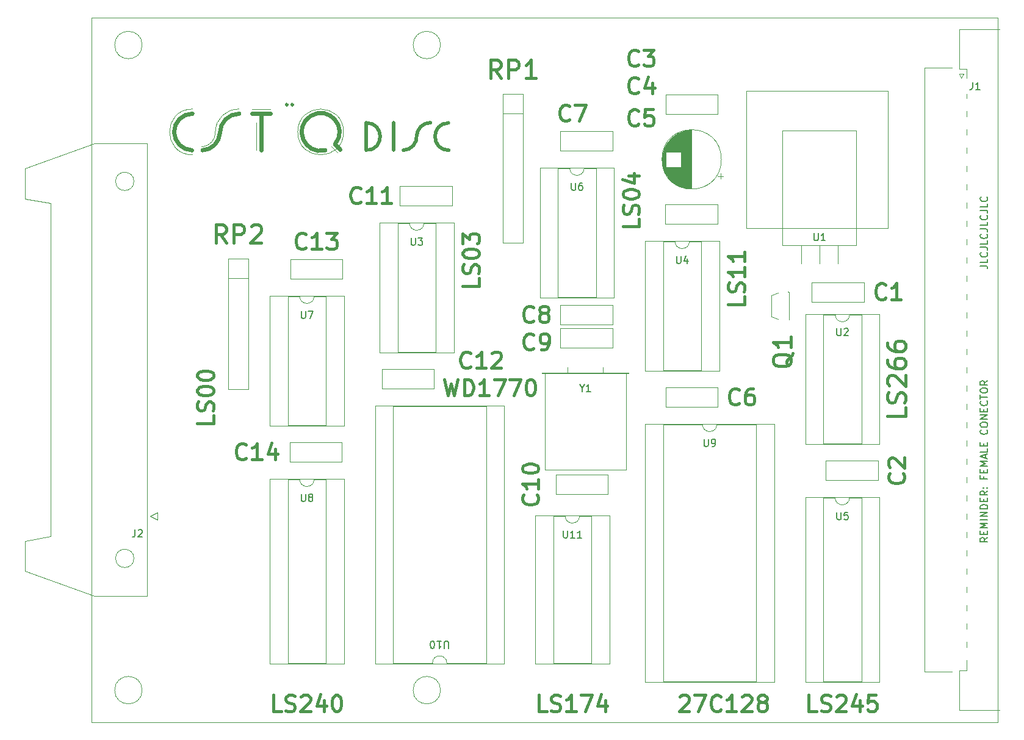
<source format=gbr>
%TF.GenerationSoftware,KiCad,Pcbnew,7.0.5-4d25ed1034~172~ubuntu22.04.1*%
%TF.CreationDate,2023-06-16T17:29:37+02:00*%
%TF.ProjectId,qdisk_v4,71646973-6b5f-4763-942e-6b696361645f,00*%
%TF.SameCoordinates,Original*%
%TF.FileFunction,Legend,Top*%
%TF.FilePolarity,Positive*%
%FSLAX46Y46*%
G04 Gerber Fmt 4.6, Leading zero omitted, Abs format (unit mm)*
G04 Created by KiCad (PCBNEW 7.0.5-4d25ed1034~172~ubuntu22.04.1) date 2023-06-16 17:29:37*
%MOMM*%
%LPD*%
G01*
G04 APERTURE LIST*
%ADD10C,0.150000*%
%ADD11C,0.120000*%
%ADD12C,0.500000*%
%ADD13C,0.600000*%
%ADD14C,0.300000*%
%ADD15C,0.400000*%
%TA.AperFunction,Profile*%
%ADD16C,0.050000*%
%TD*%
G04 APERTURE END LIST*
D10*
X196161819Y-117124428D02*
X195685628Y-117457761D01*
X196161819Y-117695856D02*
X195161819Y-117695856D01*
X195161819Y-117695856D02*
X195161819Y-117314904D01*
X195161819Y-117314904D02*
X195209438Y-117219666D01*
X195209438Y-117219666D02*
X195257057Y-117172047D01*
X195257057Y-117172047D02*
X195352295Y-117124428D01*
X195352295Y-117124428D02*
X195495152Y-117124428D01*
X195495152Y-117124428D02*
X195590390Y-117172047D01*
X195590390Y-117172047D02*
X195638009Y-117219666D01*
X195638009Y-117219666D02*
X195685628Y-117314904D01*
X195685628Y-117314904D02*
X195685628Y-117695856D01*
X195638009Y-116695856D02*
X195638009Y-116362523D01*
X196161819Y-116219666D02*
X196161819Y-116695856D01*
X196161819Y-116695856D02*
X195161819Y-116695856D01*
X195161819Y-116695856D02*
X195161819Y-116219666D01*
X196161819Y-115791094D02*
X195161819Y-115791094D01*
X195161819Y-115791094D02*
X195876104Y-115457761D01*
X195876104Y-115457761D02*
X195161819Y-115124428D01*
X195161819Y-115124428D02*
X196161819Y-115124428D01*
X196161819Y-114648237D02*
X195161819Y-114648237D01*
X196161819Y-114172047D02*
X195161819Y-114172047D01*
X195161819Y-114172047D02*
X196161819Y-113600619D01*
X196161819Y-113600619D02*
X195161819Y-113600619D01*
X196161819Y-113124428D02*
X195161819Y-113124428D01*
X195161819Y-113124428D02*
X195161819Y-112886333D01*
X195161819Y-112886333D02*
X195209438Y-112743476D01*
X195209438Y-112743476D02*
X195304676Y-112648238D01*
X195304676Y-112648238D02*
X195399914Y-112600619D01*
X195399914Y-112600619D02*
X195590390Y-112553000D01*
X195590390Y-112553000D02*
X195733247Y-112553000D01*
X195733247Y-112553000D02*
X195923723Y-112600619D01*
X195923723Y-112600619D02*
X196018961Y-112648238D01*
X196018961Y-112648238D02*
X196114200Y-112743476D01*
X196114200Y-112743476D02*
X196161819Y-112886333D01*
X196161819Y-112886333D02*
X196161819Y-113124428D01*
X195638009Y-112124428D02*
X195638009Y-111791095D01*
X196161819Y-111648238D02*
X196161819Y-112124428D01*
X196161819Y-112124428D02*
X195161819Y-112124428D01*
X195161819Y-112124428D02*
X195161819Y-111648238D01*
X196161819Y-110648238D02*
X195685628Y-110981571D01*
X196161819Y-111219666D02*
X195161819Y-111219666D01*
X195161819Y-111219666D02*
X195161819Y-110838714D01*
X195161819Y-110838714D02*
X195209438Y-110743476D01*
X195209438Y-110743476D02*
X195257057Y-110695857D01*
X195257057Y-110695857D02*
X195352295Y-110648238D01*
X195352295Y-110648238D02*
X195495152Y-110648238D01*
X195495152Y-110648238D02*
X195590390Y-110695857D01*
X195590390Y-110695857D02*
X195638009Y-110743476D01*
X195638009Y-110743476D02*
X195685628Y-110838714D01*
X195685628Y-110838714D02*
X195685628Y-111219666D01*
X196066580Y-110219666D02*
X196114200Y-110172047D01*
X196114200Y-110172047D02*
X196161819Y-110219666D01*
X196161819Y-110219666D02*
X196114200Y-110267285D01*
X196114200Y-110267285D02*
X196066580Y-110219666D01*
X196066580Y-110219666D02*
X196161819Y-110219666D01*
X195542771Y-110219666D02*
X195590390Y-110172047D01*
X195590390Y-110172047D02*
X195638009Y-110219666D01*
X195638009Y-110219666D02*
X195590390Y-110267285D01*
X195590390Y-110267285D02*
X195542771Y-110219666D01*
X195542771Y-110219666D02*
X195638009Y-110219666D01*
X195638009Y-108648238D02*
X195638009Y-108981571D01*
X196161819Y-108981571D02*
X195161819Y-108981571D01*
X195161819Y-108981571D02*
X195161819Y-108505381D01*
X195638009Y-108124428D02*
X195638009Y-107791095D01*
X196161819Y-107648238D02*
X196161819Y-108124428D01*
X196161819Y-108124428D02*
X195161819Y-108124428D01*
X195161819Y-108124428D02*
X195161819Y-107648238D01*
X196161819Y-107219666D02*
X195161819Y-107219666D01*
X195161819Y-107219666D02*
X195876104Y-106886333D01*
X195876104Y-106886333D02*
X195161819Y-106553000D01*
X195161819Y-106553000D02*
X196161819Y-106553000D01*
X195876104Y-106124428D02*
X195876104Y-105648238D01*
X196161819Y-106219666D02*
X195161819Y-105886333D01*
X195161819Y-105886333D02*
X196161819Y-105553000D01*
X196161819Y-104743476D02*
X196161819Y-105219666D01*
X196161819Y-105219666D02*
X195161819Y-105219666D01*
X195638009Y-104410142D02*
X195638009Y-104076809D01*
X196161819Y-103933952D02*
X196161819Y-104410142D01*
X196161819Y-104410142D02*
X195161819Y-104410142D01*
X195161819Y-104410142D02*
X195161819Y-103933952D01*
X196066580Y-102172047D02*
X196114200Y-102219666D01*
X196114200Y-102219666D02*
X196161819Y-102362523D01*
X196161819Y-102362523D02*
X196161819Y-102457761D01*
X196161819Y-102457761D02*
X196114200Y-102600618D01*
X196114200Y-102600618D02*
X196018961Y-102695856D01*
X196018961Y-102695856D02*
X195923723Y-102743475D01*
X195923723Y-102743475D02*
X195733247Y-102791094D01*
X195733247Y-102791094D02*
X195590390Y-102791094D01*
X195590390Y-102791094D02*
X195399914Y-102743475D01*
X195399914Y-102743475D02*
X195304676Y-102695856D01*
X195304676Y-102695856D02*
X195209438Y-102600618D01*
X195209438Y-102600618D02*
X195161819Y-102457761D01*
X195161819Y-102457761D02*
X195161819Y-102362523D01*
X195161819Y-102362523D02*
X195209438Y-102219666D01*
X195209438Y-102219666D02*
X195257057Y-102172047D01*
X195161819Y-101552999D02*
X195161819Y-101362523D01*
X195161819Y-101362523D02*
X195209438Y-101267285D01*
X195209438Y-101267285D02*
X195304676Y-101172047D01*
X195304676Y-101172047D02*
X195495152Y-101124428D01*
X195495152Y-101124428D02*
X195828485Y-101124428D01*
X195828485Y-101124428D02*
X196018961Y-101172047D01*
X196018961Y-101172047D02*
X196114200Y-101267285D01*
X196114200Y-101267285D02*
X196161819Y-101362523D01*
X196161819Y-101362523D02*
X196161819Y-101552999D01*
X196161819Y-101552999D02*
X196114200Y-101648237D01*
X196114200Y-101648237D02*
X196018961Y-101743475D01*
X196018961Y-101743475D02*
X195828485Y-101791094D01*
X195828485Y-101791094D02*
X195495152Y-101791094D01*
X195495152Y-101791094D02*
X195304676Y-101743475D01*
X195304676Y-101743475D02*
X195209438Y-101648237D01*
X195209438Y-101648237D02*
X195161819Y-101552999D01*
X196161819Y-100695856D02*
X195161819Y-100695856D01*
X195161819Y-100695856D02*
X196161819Y-100124428D01*
X196161819Y-100124428D02*
X195161819Y-100124428D01*
X195638009Y-99648237D02*
X195638009Y-99314904D01*
X196161819Y-99172047D02*
X196161819Y-99648237D01*
X196161819Y-99648237D02*
X195161819Y-99648237D01*
X195161819Y-99648237D02*
X195161819Y-99172047D01*
X196066580Y-98172047D02*
X196114200Y-98219666D01*
X196114200Y-98219666D02*
X196161819Y-98362523D01*
X196161819Y-98362523D02*
X196161819Y-98457761D01*
X196161819Y-98457761D02*
X196114200Y-98600618D01*
X196114200Y-98600618D02*
X196018961Y-98695856D01*
X196018961Y-98695856D02*
X195923723Y-98743475D01*
X195923723Y-98743475D02*
X195733247Y-98791094D01*
X195733247Y-98791094D02*
X195590390Y-98791094D01*
X195590390Y-98791094D02*
X195399914Y-98743475D01*
X195399914Y-98743475D02*
X195304676Y-98695856D01*
X195304676Y-98695856D02*
X195209438Y-98600618D01*
X195209438Y-98600618D02*
X195161819Y-98457761D01*
X195161819Y-98457761D02*
X195161819Y-98362523D01*
X195161819Y-98362523D02*
X195209438Y-98219666D01*
X195209438Y-98219666D02*
X195257057Y-98172047D01*
X195161819Y-97886332D02*
X195161819Y-97314904D01*
X196161819Y-97600618D02*
X195161819Y-97600618D01*
X195161819Y-96791094D02*
X195161819Y-96600618D01*
X195161819Y-96600618D02*
X195209438Y-96505380D01*
X195209438Y-96505380D02*
X195304676Y-96410142D01*
X195304676Y-96410142D02*
X195495152Y-96362523D01*
X195495152Y-96362523D02*
X195828485Y-96362523D01*
X195828485Y-96362523D02*
X196018961Y-96410142D01*
X196018961Y-96410142D02*
X196114200Y-96505380D01*
X196114200Y-96505380D02*
X196161819Y-96600618D01*
X196161819Y-96600618D02*
X196161819Y-96791094D01*
X196161819Y-96791094D02*
X196114200Y-96886332D01*
X196114200Y-96886332D02*
X196018961Y-96981570D01*
X196018961Y-96981570D02*
X195828485Y-97029189D01*
X195828485Y-97029189D02*
X195495152Y-97029189D01*
X195495152Y-97029189D02*
X195304676Y-96981570D01*
X195304676Y-96981570D02*
X195209438Y-96886332D01*
X195209438Y-96886332D02*
X195161819Y-96791094D01*
X196161819Y-95362523D02*
X195685628Y-95695856D01*
X196161819Y-95933951D02*
X195161819Y-95933951D01*
X195161819Y-95933951D02*
X195161819Y-95552999D01*
X195161819Y-95552999D02*
X195209438Y-95457761D01*
X195209438Y-95457761D02*
X195257057Y-95410142D01*
X195257057Y-95410142D02*
X195352295Y-95362523D01*
X195352295Y-95362523D02*
X195495152Y-95362523D01*
X195495152Y-95362523D02*
X195590390Y-95410142D01*
X195590390Y-95410142D02*
X195638009Y-95457761D01*
X195638009Y-95457761D02*
X195685628Y-95552999D01*
X195685628Y-95552999D02*
X195685628Y-95933951D01*
D11*
X85852000Y-57658000D02*
G75*
G03*
X85852000Y-64008000I0J-3175000D01*
G01*
X187452000Y-135763000D02*
X191262000Y-135763000D01*
X106807000Y-60833000D02*
G75*
G03*
X106807000Y-60833000I-3175000J0D01*
G01*
D12*
X115119764Y-63366881D02*
G75*
G03*
X116956251Y-61323440I-57764J1898881D01*
G01*
D13*
X87252525Y-63373000D02*
G75*
G03*
X89661719Y-60968880I-130525J2540000D01*
G01*
D12*
X109982000Y-63373000D02*
G75*
G03*
X109982000Y-59563000I0J1905000D01*
G01*
X118851830Y-59541489D02*
G75*
G03*
X116945503Y-61446500I20170J-1926511D01*
G01*
D11*
X94742000Y-59563000D02*
X94742000Y-63373000D01*
X87131002Y-62905224D02*
G75*
G03*
X89026998Y-60833000I-107802J2002124D01*
G01*
D13*
X105634143Y-62520083D02*
G75*
G03*
X104267000Y-63373000I-2002143J1687083D01*
G01*
D14*
X99822000Y-57023000D02*
G75*
G03*
X99822000Y-57023000I-127000J0D01*
G01*
D13*
X83310821Y-60853175D02*
G75*
G03*
X85772001Y-63373000I2541179J20175D01*
G01*
D11*
X162687000Y-55118000D02*
X182372000Y-55118000D01*
X182372000Y-74168000D01*
X162687000Y-74168000D01*
X162687000Y-55118000D01*
D13*
X105634143Y-62520083D02*
X106332371Y-63269904D01*
D14*
X99060000Y-57023000D02*
G75*
G03*
X99060000Y-57023000I-127000J0D01*
G01*
D13*
X94107000Y-58293000D02*
X96647000Y-58293000D01*
D11*
X105988719Y-63716653D02*
X105141042Y-62800245D01*
D13*
X85848466Y-58291743D02*
G75*
G03*
X83310821Y-60853175I3534J-2541257D01*
G01*
D12*
X113792000Y-63373000D02*
X113792000Y-59563000D01*
D11*
X92323970Y-57660344D02*
G75*
G03*
X89027000Y-60833000I-121970J-3172656D01*
G01*
D12*
X109982000Y-63373000D02*
X109982000Y-59563000D01*
D13*
X95377000Y-58293000D02*
X95377000Y-63373000D01*
D11*
X191262000Y-51943000D02*
X187452000Y-51943000D01*
X94107000Y-57658000D02*
X96647000Y-57658000D01*
X187452000Y-51943000D02*
X187452000Y-135763000D01*
D13*
X92330680Y-58299749D02*
G75*
G03*
X89661719Y-60968880I-460J-2668501D01*
G01*
D12*
X121347924Y-59564078D02*
G75*
G03*
X121412000Y-63373000I64076J-1903922D01*
G01*
D10*
X195161819Y-79422048D02*
X195876104Y-79422048D01*
X195876104Y-79422048D02*
X196018961Y-79469667D01*
X196018961Y-79469667D02*
X196114200Y-79564905D01*
X196114200Y-79564905D02*
X196161819Y-79707762D01*
X196161819Y-79707762D02*
X196161819Y-79803000D01*
X196161819Y-78469667D02*
X196161819Y-78945857D01*
X196161819Y-78945857D02*
X195161819Y-78945857D01*
X196066580Y-77564905D02*
X196114200Y-77612524D01*
X196114200Y-77612524D02*
X196161819Y-77755381D01*
X196161819Y-77755381D02*
X196161819Y-77850619D01*
X196161819Y-77850619D02*
X196114200Y-77993476D01*
X196114200Y-77993476D02*
X196018961Y-78088714D01*
X196018961Y-78088714D02*
X195923723Y-78136333D01*
X195923723Y-78136333D02*
X195733247Y-78183952D01*
X195733247Y-78183952D02*
X195590390Y-78183952D01*
X195590390Y-78183952D02*
X195399914Y-78136333D01*
X195399914Y-78136333D02*
X195304676Y-78088714D01*
X195304676Y-78088714D02*
X195209438Y-77993476D01*
X195209438Y-77993476D02*
X195161819Y-77850619D01*
X195161819Y-77850619D02*
X195161819Y-77755381D01*
X195161819Y-77755381D02*
X195209438Y-77612524D01*
X195209438Y-77612524D02*
X195257057Y-77564905D01*
X195161819Y-76850619D02*
X195876104Y-76850619D01*
X195876104Y-76850619D02*
X196018961Y-76898238D01*
X196018961Y-76898238D02*
X196114200Y-76993476D01*
X196114200Y-76993476D02*
X196161819Y-77136333D01*
X196161819Y-77136333D02*
X196161819Y-77231571D01*
X196161819Y-75898238D02*
X196161819Y-76374428D01*
X196161819Y-76374428D02*
X195161819Y-76374428D01*
X196066580Y-74993476D02*
X196114200Y-75041095D01*
X196114200Y-75041095D02*
X196161819Y-75183952D01*
X196161819Y-75183952D02*
X196161819Y-75279190D01*
X196161819Y-75279190D02*
X196114200Y-75422047D01*
X196114200Y-75422047D02*
X196018961Y-75517285D01*
X196018961Y-75517285D02*
X195923723Y-75564904D01*
X195923723Y-75564904D02*
X195733247Y-75612523D01*
X195733247Y-75612523D02*
X195590390Y-75612523D01*
X195590390Y-75612523D02*
X195399914Y-75564904D01*
X195399914Y-75564904D02*
X195304676Y-75517285D01*
X195304676Y-75517285D02*
X195209438Y-75422047D01*
X195209438Y-75422047D02*
X195161819Y-75279190D01*
X195161819Y-75279190D02*
X195161819Y-75183952D01*
X195161819Y-75183952D02*
X195209438Y-75041095D01*
X195209438Y-75041095D02*
X195257057Y-74993476D01*
X195161819Y-74279190D02*
X195876104Y-74279190D01*
X195876104Y-74279190D02*
X196018961Y-74326809D01*
X196018961Y-74326809D02*
X196114200Y-74422047D01*
X196114200Y-74422047D02*
X196161819Y-74564904D01*
X196161819Y-74564904D02*
X196161819Y-74660142D01*
X196161819Y-73326809D02*
X196161819Y-73802999D01*
X196161819Y-73802999D02*
X195161819Y-73802999D01*
X196066580Y-72422047D02*
X196114200Y-72469666D01*
X196114200Y-72469666D02*
X196161819Y-72612523D01*
X196161819Y-72612523D02*
X196161819Y-72707761D01*
X196161819Y-72707761D02*
X196114200Y-72850618D01*
X196114200Y-72850618D02*
X196018961Y-72945856D01*
X196018961Y-72945856D02*
X195923723Y-72993475D01*
X195923723Y-72993475D02*
X195733247Y-73041094D01*
X195733247Y-73041094D02*
X195590390Y-73041094D01*
X195590390Y-73041094D02*
X195399914Y-72993475D01*
X195399914Y-72993475D02*
X195304676Y-72945856D01*
X195304676Y-72945856D02*
X195209438Y-72850618D01*
X195209438Y-72850618D02*
X195161819Y-72707761D01*
X195161819Y-72707761D02*
X195161819Y-72612523D01*
X195161819Y-72612523D02*
X195209438Y-72469666D01*
X195209438Y-72469666D02*
X195257057Y-72422047D01*
X195161819Y-71707761D02*
X195876104Y-71707761D01*
X195876104Y-71707761D02*
X196018961Y-71755380D01*
X196018961Y-71755380D02*
X196114200Y-71850618D01*
X196114200Y-71850618D02*
X196161819Y-71993475D01*
X196161819Y-71993475D02*
X196161819Y-72088713D01*
X196161819Y-70755380D02*
X196161819Y-71231570D01*
X196161819Y-71231570D02*
X195161819Y-71231570D01*
X196066580Y-69850618D02*
X196114200Y-69898237D01*
X196114200Y-69898237D02*
X196161819Y-70041094D01*
X196161819Y-70041094D02*
X196161819Y-70136332D01*
X196161819Y-70136332D02*
X196114200Y-70279189D01*
X196114200Y-70279189D02*
X196018961Y-70374427D01*
X196018961Y-70374427D02*
X195923723Y-70422046D01*
X195923723Y-70422046D02*
X195733247Y-70469665D01*
X195733247Y-70469665D02*
X195590390Y-70469665D01*
X195590390Y-70469665D02*
X195399914Y-70422046D01*
X195399914Y-70422046D02*
X195304676Y-70374427D01*
X195304676Y-70374427D02*
X195209438Y-70279189D01*
X195209438Y-70279189D02*
X195161819Y-70136332D01*
X195161819Y-70136332D02*
X195161819Y-70041094D01*
X195161819Y-70041094D02*
X195209438Y-69898237D01*
X195209438Y-69898237D02*
X195257057Y-69850618D01*
%TO.C,J1*%
X194103666Y-53937819D02*
X194103666Y-54652104D01*
X194103666Y-54652104D02*
X194056047Y-54794961D01*
X194056047Y-54794961D02*
X193960809Y-54890200D01*
X193960809Y-54890200D02*
X193817952Y-54937819D01*
X193817952Y-54937819D02*
X193722714Y-54937819D01*
X195103666Y-54937819D02*
X194532238Y-54937819D01*
X194817952Y-54937819D02*
X194817952Y-53937819D01*
X194817952Y-53937819D02*
X194722714Y-54080676D01*
X194722714Y-54080676D02*
X194627476Y-54175914D01*
X194627476Y-54175914D02*
X194532238Y-54223533D01*
%TO.C,U1*%
X172085095Y-74892819D02*
X172085095Y-75702342D01*
X172085095Y-75702342D02*
X172132714Y-75797580D01*
X172132714Y-75797580D02*
X172180333Y-75845200D01*
X172180333Y-75845200D02*
X172275571Y-75892819D01*
X172275571Y-75892819D02*
X172466047Y-75892819D01*
X172466047Y-75892819D02*
X172561285Y-75845200D01*
X172561285Y-75845200D02*
X172608904Y-75797580D01*
X172608904Y-75797580D02*
X172656523Y-75702342D01*
X172656523Y-75702342D02*
X172656523Y-74892819D01*
X173656523Y-75892819D02*
X173085095Y-75892819D01*
X173370809Y-75892819D02*
X173370809Y-74892819D01*
X173370809Y-74892819D02*
X173275571Y-75035676D01*
X173275571Y-75035676D02*
X173180333Y-75130914D01*
X173180333Y-75130914D02*
X173085095Y-75178533D01*
D15*
%TO.C,C6*%
X161677000Y-98468807D02*
X161569857Y-98575950D01*
X161569857Y-98575950D02*
X161248429Y-98683092D01*
X161248429Y-98683092D02*
X161034143Y-98683092D01*
X161034143Y-98683092D02*
X160712714Y-98575950D01*
X160712714Y-98575950D02*
X160498429Y-98361664D01*
X160498429Y-98361664D02*
X160391286Y-98147378D01*
X160391286Y-98147378D02*
X160284143Y-97718807D01*
X160284143Y-97718807D02*
X160284143Y-97397378D01*
X160284143Y-97397378D02*
X160391286Y-96968807D01*
X160391286Y-96968807D02*
X160498429Y-96754521D01*
X160498429Y-96754521D02*
X160712714Y-96540235D01*
X160712714Y-96540235D02*
X161034143Y-96433092D01*
X161034143Y-96433092D02*
X161248429Y-96433092D01*
X161248429Y-96433092D02*
X161569857Y-96540235D01*
X161569857Y-96540235D02*
X161677000Y-96647378D01*
X163605572Y-96433092D02*
X163177000Y-96433092D01*
X163177000Y-96433092D02*
X162962714Y-96540235D01*
X162962714Y-96540235D02*
X162855572Y-96647378D01*
X162855572Y-96647378D02*
X162641286Y-96968807D01*
X162641286Y-96968807D02*
X162534143Y-97397378D01*
X162534143Y-97397378D02*
X162534143Y-98254521D01*
X162534143Y-98254521D02*
X162641286Y-98468807D01*
X162641286Y-98468807D02*
X162748429Y-98575950D01*
X162748429Y-98575950D02*
X162962714Y-98683092D01*
X162962714Y-98683092D02*
X163391286Y-98683092D01*
X163391286Y-98683092D02*
X163605572Y-98575950D01*
X163605572Y-98575950D02*
X163712714Y-98468807D01*
X163712714Y-98468807D02*
X163819857Y-98254521D01*
X163819857Y-98254521D02*
X163819857Y-97718807D01*
X163819857Y-97718807D02*
X163712714Y-97504521D01*
X163712714Y-97504521D02*
X163605572Y-97397378D01*
X163605572Y-97397378D02*
X163391286Y-97290235D01*
X163391286Y-97290235D02*
X162962714Y-97290235D01*
X162962714Y-97290235D02*
X162748429Y-97397378D01*
X162748429Y-97397378D02*
X162641286Y-97504521D01*
X162641286Y-97504521D02*
X162534143Y-97718807D01*
%TO.C,C3*%
X147707000Y-51478807D02*
X147599857Y-51585950D01*
X147599857Y-51585950D02*
X147278429Y-51693092D01*
X147278429Y-51693092D02*
X147064143Y-51693092D01*
X147064143Y-51693092D02*
X146742714Y-51585950D01*
X146742714Y-51585950D02*
X146528429Y-51371664D01*
X146528429Y-51371664D02*
X146421286Y-51157378D01*
X146421286Y-51157378D02*
X146314143Y-50728807D01*
X146314143Y-50728807D02*
X146314143Y-50407378D01*
X146314143Y-50407378D02*
X146421286Y-49978807D01*
X146421286Y-49978807D02*
X146528429Y-49764521D01*
X146528429Y-49764521D02*
X146742714Y-49550235D01*
X146742714Y-49550235D02*
X147064143Y-49443092D01*
X147064143Y-49443092D02*
X147278429Y-49443092D01*
X147278429Y-49443092D02*
X147599857Y-49550235D01*
X147599857Y-49550235D02*
X147707000Y-49657378D01*
X148457000Y-49443092D02*
X149849857Y-49443092D01*
X149849857Y-49443092D02*
X149099857Y-50300235D01*
X149099857Y-50300235D02*
X149421286Y-50300235D01*
X149421286Y-50300235D02*
X149635572Y-50407378D01*
X149635572Y-50407378D02*
X149742714Y-50514521D01*
X149742714Y-50514521D02*
X149849857Y-50728807D01*
X149849857Y-50728807D02*
X149849857Y-51264521D01*
X149849857Y-51264521D02*
X149742714Y-51478807D01*
X149742714Y-51478807D02*
X149635572Y-51585950D01*
X149635572Y-51585950D02*
X149421286Y-51693092D01*
X149421286Y-51693092D02*
X148778429Y-51693092D01*
X148778429Y-51693092D02*
X148564143Y-51585950D01*
X148564143Y-51585950D02*
X148457000Y-51478807D01*
D10*
%TO.C,U9*%
X156845095Y-103467819D02*
X156845095Y-104277342D01*
X156845095Y-104277342D02*
X156892714Y-104372580D01*
X156892714Y-104372580D02*
X156940333Y-104420200D01*
X156940333Y-104420200D02*
X157035571Y-104467819D01*
X157035571Y-104467819D02*
X157226047Y-104467819D01*
X157226047Y-104467819D02*
X157321285Y-104420200D01*
X157321285Y-104420200D02*
X157368904Y-104372580D01*
X157368904Y-104372580D02*
X157416523Y-104277342D01*
X157416523Y-104277342D02*
X157416523Y-103467819D01*
X157940333Y-104467819D02*
X158130809Y-104467819D01*
X158130809Y-104467819D02*
X158226047Y-104420200D01*
X158226047Y-104420200D02*
X158273666Y-104372580D01*
X158273666Y-104372580D02*
X158368904Y-104229723D01*
X158368904Y-104229723D02*
X158416523Y-104039247D01*
X158416523Y-104039247D02*
X158416523Y-103658295D01*
X158416523Y-103658295D02*
X158368904Y-103563057D01*
X158368904Y-103563057D02*
X158321285Y-103515438D01*
X158321285Y-103515438D02*
X158226047Y-103467819D01*
X158226047Y-103467819D02*
X158035571Y-103467819D01*
X158035571Y-103467819D02*
X157940333Y-103515438D01*
X157940333Y-103515438D02*
X157892714Y-103563057D01*
X157892714Y-103563057D02*
X157845095Y-103658295D01*
X157845095Y-103658295D02*
X157845095Y-103896390D01*
X157845095Y-103896390D02*
X157892714Y-103991628D01*
X157892714Y-103991628D02*
X157940333Y-104039247D01*
X157940333Y-104039247D02*
X158035571Y-104086866D01*
X158035571Y-104086866D02*
X158226047Y-104086866D01*
X158226047Y-104086866D02*
X158321285Y-104039247D01*
X158321285Y-104039247D02*
X158368904Y-103991628D01*
X158368904Y-103991628D02*
X158416523Y-103896390D01*
D15*
X153458429Y-139192378D02*
X153565572Y-139085235D01*
X153565572Y-139085235D02*
X153779858Y-138978092D01*
X153779858Y-138978092D02*
X154315572Y-138978092D01*
X154315572Y-138978092D02*
X154529858Y-139085235D01*
X154529858Y-139085235D02*
X154637000Y-139192378D01*
X154637000Y-139192378D02*
X154744143Y-139406664D01*
X154744143Y-139406664D02*
X154744143Y-139620950D01*
X154744143Y-139620950D02*
X154637000Y-139942378D01*
X154637000Y-139942378D02*
X153351286Y-141228092D01*
X153351286Y-141228092D02*
X154744143Y-141228092D01*
X155494143Y-138978092D02*
X156994143Y-138978092D01*
X156994143Y-138978092D02*
X156029857Y-141228092D01*
X159137000Y-141013807D02*
X159029857Y-141120950D01*
X159029857Y-141120950D02*
X158708429Y-141228092D01*
X158708429Y-141228092D02*
X158494143Y-141228092D01*
X158494143Y-141228092D02*
X158172714Y-141120950D01*
X158172714Y-141120950D02*
X157958429Y-140906664D01*
X157958429Y-140906664D02*
X157851286Y-140692378D01*
X157851286Y-140692378D02*
X157744143Y-140263807D01*
X157744143Y-140263807D02*
X157744143Y-139942378D01*
X157744143Y-139942378D02*
X157851286Y-139513807D01*
X157851286Y-139513807D02*
X157958429Y-139299521D01*
X157958429Y-139299521D02*
X158172714Y-139085235D01*
X158172714Y-139085235D02*
X158494143Y-138978092D01*
X158494143Y-138978092D02*
X158708429Y-138978092D01*
X158708429Y-138978092D02*
X159029857Y-139085235D01*
X159029857Y-139085235D02*
X159137000Y-139192378D01*
X161279857Y-141228092D02*
X159994143Y-141228092D01*
X160637000Y-141228092D02*
X160637000Y-138978092D01*
X160637000Y-138978092D02*
X160422714Y-139299521D01*
X160422714Y-139299521D02*
X160208429Y-139513807D01*
X160208429Y-139513807D02*
X159994143Y-139620950D01*
X162137000Y-139192378D02*
X162244143Y-139085235D01*
X162244143Y-139085235D02*
X162458429Y-138978092D01*
X162458429Y-138978092D02*
X162994143Y-138978092D01*
X162994143Y-138978092D02*
X163208429Y-139085235D01*
X163208429Y-139085235D02*
X163315571Y-139192378D01*
X163315571Y-139192378D02*
X163422714Y-139406664D01*
X163422714Y-139406664D02*
X163422714Y-139620950D01*
X163422714Y-139620950D02*
X163315571Y-139942378D01*
X163315571Y-139942378D02*
X162029857Y-141228092D01*
X162029857Y-141228092D02*
X163422714Y-141228092D01*
X164708428Y-139942378D02*
X164494143Y-139835235D01*
X164494143Y-139835235D02*
X164387000Y-139728092D01*
X164387000Y-139728092D02*
X164279857Y-139513807D01*
X164279857Y-139513807D02*
X164279857Y-139406664D01*
X164279857Y-139406664D02*
X164387000Y-139192378D01*
X164387000Y-139192378D02*
X164494143Y-139085235D01*
X164494143Y-139085235D02*
X164708428Y-138978092D01*
X164708428Y-138978092D02*
X165137000Y-138978092D01*
X165137000Y-138978092D02*
X165351286Y-139085235D01*
X165351286Y-139085235D02*
X165458428Y-139192378D01*
X165458428Y-139192378D02*
X165565571Y-139406664D01*
X165565571Y-139406664D02*
X165565571Y-139513807D01*
X165565571Y-139513807D02*
X165458428Y-139728092D01*
X165458428Y-139728092D02*
X165351286Y-139835235D01*
X165351286Y-139835235D02*
X165137000Y-139942378D01*
X165137000Y-139942378D02*
X164708428Y-139942378D01*
X164708428Y-139942378D02*
X164494143Y-140049521D01*
X164494143Y-140049521D02*
X164387000Y-140156664D01*
X164387000Y-140156664D02*
X164279857Y-140370950D01*
X164279857Y-140370950D02*
X164279857Y-140799521D01*
X164279857Y-140799521D02*
X164387000Y-141013807D01*
X164387000Y-141013807D02*
X164494143Y-141120950D01*
X164494143Y-141120950D02*
X164708428Y-141228092D01*
X164708428Y-141228092D02*
X165137000Y-141228092D01*
X165137000Y-141228092D02*
X165351286Y-141120950D01*
X165351286Y-141120950D02*
X165458428Y-141013807D01*
X165458428Y-141013807D02*
X165565571Y-140799521D01*
X165565571Y-140799521D02*
X165565571Y-140370950D01*
X165565571Y-140370950D02*
X165458428Y-140156664D01*
X165458428Y-140156664D02*
X165351286Y-140049521D01*
X165351286Y-140049521D02*
X165137000Y-139942378D01*
D10*
%TO.C,U5*%
X175260095Y-113627819D02*
X175260095Y-114437342D01*
X175260095Y-114437342D02*
X175307714Y-114532580D01*
X175307714Y-114532580D02*
X175355333Y-114580200D01*
X175355333Y-114580200D02*
X175450571Y-114627819D01*
X175450571Y-114627819D02*
X175641047Y-114627819D01*
X175641047Y-114627819D02*
X175736285Y-114580200D01*
X175736285Y-114580200D02*
X175783904Y-114532580D01*
X175783904Y-114532580D02*
X175831523Y-114437342D01*
X175831523Y-114437342D02*
X175831523Y-113627819D01*
X176783904Y-113627819D02*
X176307714Y-113627819D01*
X176307714Y-113627819D02*
X176260095Y-114104009D01*
X176260095Y-114104009D02*
X176307714Y-114056390D01*
X176307714Y-114056390D02*
X176402952Y-114008771D01*
X176402952Y-114008771D02*
X176641047Y-114008771D01*
X176641047Y-114008771D02*
X176736285Y-114056390D01*
X176736285Y-114056390D02*
X176783904Y-114104009D01*
X176783904Y-114104009D02*
X176831523Y-114199247D01*
X176831523Y-114199247D02*
X176831523Y-114437342D01*
X176831523Y-114437342D02*
X176783904Y-114532580D01*
X176783904Y-114532580D02*
X176736285Y-114580200D01*
X176736285Y-114580200D02*
X176641047Y-114627819D01*
X176641047Y-114627819D02*
X176402952Y-114627819D01*
X176402952Y-114627819D02*
X176307714Y-114580200D01*
X176307714Y-114580200D02*
X176260095Y-114532580D01*
D15*
X172432714Y-141228092D02*
X171361286Y-141228092D01*
X171361286Y-141228092D02*
X171361286Y-138978092D01*
X173075572Y-141120950D02*
X173397001Y-141228092D01*
X173397001Y-141228092D02*
X173932715Y-141228092D01*
X173932715Y-141228092D02*
X174147001Y-141120950D01*
X174147001Y-141120950D02*
X174254143Y-141013807D01*
X174254143Y-141013807D02*
X174361286Y-140799521D01*
X174361286Y-140799521D02*
X174361286Y-140585235D01*
X174361286Y-140585235D02*
X174254143Y-140370950D01*
X174254143Y-140370950D02*
X174147001Y-140263807D01*
X174147001Y-140263807D02*
X173932715Y-140156664D01*
X173932715Y-140156664D02*
X173504143Y-140049521D01*
X173504143Y-140049521D02*
X173289858Y-139942378D01*
X173289858Y-139942378D02*
X173182715Y-139835235D01*
X173182715Y-139835235D02*
X173075572Y-139620950D01*
X173075572Y-139620950D02*
X173075572Y-139406664D01*
X173075572Y-139406664D02*
X173182715Y-139192378D01*
X173182715Y-139192378D02*
X173289858Y-139085235D01*
X173289858Y-139085235D02*
X173504143Y-138978092D01*
X173504143Y-138978092D02*
X174039858Y-138978092D01*
X174039858Y-138978092D02*
X174361286Y-139085235D01*
X175218429Y-139192378D02*
X175325572Y-139085235D01*
X175325572Y-139085235D02*
X175539858Y-138978092D01*
X175539858Y-138978092D02*
X176075572Y-138978092D01*
X176075572Y-138978092D02*
X176289858Y-139085235D01*
X176289858Y-139085235D02*
X176397000Y-139192378D01*
X176397000Y-139192378D02*
X176504143Y-139406664D01*
X176504143Y-139406664D02*
X176504143Y-139620950D01*
X176504143Y-139620950D02*
X176397000Y-139942378D01*
X176397000Y-139942378D02*
X175111286Y-141228092D01*
X175111286Y-141228092D02*
X176504143Y-141228092D01*
X178432715Y-139728092D02*
X178432715Y-141228092D01*
X177897000Y-138870950D02*
X177361286Y-140478092D01*
X177361286Y-140478092D02*
X178754143Y-140478092D01*
X180682714Y-138978092D02*
X179611286Y-138978092D01*
X179611286Y-138978092D02*
X179504143Y-140049521D01*
X179504143Y-140049521D02*
X179611286Y-139942378D01*
X179611286Y-139942378D02*
X179825572Y-139835235D01*
X179825572Y-139835235D02*
X180361286Y-139835235D01*
X180361286Y-139835235D02*
X180575572Y-139942378D01*
X180575572Y-139942378D02*
X180682714Y-140049521D01*
X180682714Y-140049521D02*
X180789857Y-140263807D01*
X180789857Y-140263807D02*
X180789857Y-140799521D01*
X180789857Y-140799521D02*
X180682714Y-141013807D01*
X180682714Y-141013807D02*
X180575572Y-141120950D01*
X180575572Y-141120950D02*
X180361286Y-141228092D01*
X180361286Y-141228092D02*
X179825572Y-141228092D01*
X179825572Y-141228092D02*
X179611286Y-141120950D01*
X179611286Y-141120950D02*
X179504143Y-141013807D01*
D10*
%TO.C,U6*%
X138430095Y-67907819D02*
X138430095Y-68717342D01*
X138430095Y-68717342D02*
X138477714Y-68812580D01*
X138477714Y-68812580D02*
X138525333Y-68860200D01*
X138525333Y-68860200D02*
X138620571Y-68907819D01*
X138620571Y-68907819D02*
X138811047Y-68907819D01*
X138811047Y-68907819D02*
X138906285Y-68860200D01*
X138906285Y-68860200D02*
X138953904Y-68812580D01*
X138953904Y-68812580D02*
X139001523Y-68717342D01*
X139001523Y-68717342D02*
X139001523Y-67907819D01*
X139906285Y-67907819D02*
X139715809Y-67907819D01*
X139715809Y-67907819D02*
X139620571Y-67955438D01*
X139620571Y-67955438D02*
X139572952Y-68003057D01*
X139572952Y-68003057D02*
X139477714Y-68145914D01*
X139477714Y-68145914D02*
X139430095Y-68336390D01*
X139430095Y-68336390D02*
X139430095Y-68717342D01*
X139430095Y-68717342D02*
X139477714Y-68812580D01*
X139477714Y-68812580D02*
X139525333Y-68860200D01*
X139525333Y-68860200D02*
X139620571Y-68907819D01*
X139620571Y-68907819D02*
X139811047Y-68907819D01*
X139811047Y-68907819D02*
X139906285Y-68860200D01*
X139906285Y-68860200D02*
X139953904Y-68812580D01*
X139953904Y-68812580D02*
X140001523Y-68717342D01*
X140001523Y-68717342D02*
X140001523Y-68479247D01*
X140001523Y-68479247D02*
X139953904Y-68384009D01*
X139953904Y-68384009D02*
X139906285Y-68336390D01*
X139906285Y-68336390D02*
X139811047Y-68288771D01*
X139811047Y-68288771D02*
X139620571Y-68288771D01*
X139620571Y-68288771D02*
X139525333Y-68336390D01*
X139525333Y-68336390D02*
X139477714Y-68384009D01*
X139477714Y-68384009D02*
X139430095Y-68479247D01*
D15*
X147832092Y-72875857D02*
X147832092Y-73947285D01*
X147832092Y-73947285D02*
X145582092Y-73947285D01*
X147724950Y-72232999D02*
X147832092Y-71911571D01*
X147832092Y-71911571D02*
X147832092Y-71375856D01*
X147832092Y-71375856D02*
X147724950Y-71161571D01*
X147724950Y-71161571D02*
X147617807Y-71054428D01*
X147617807Y-71054428D02*
X147403521Y-70947285D01*
X147403521Y-70947285D02*
X147189235Y-70947285D01*
X147189235Y-70947285D02*
X146974950Y-71054428D01*
X146974950Y-71054428D02*
X146867807Y-71161571D01*
X146867807Y-71161571D02*
X146760664Y-71375856D01*
X146760664Y-71375856D02*
X146653521Y-71804428D01*
X146653521Y-71804428D02*
X146546378Y-72018713D01*
X146546378Y-72018713D02*
X146439235Y-72125856D01*
X146439235Y-72125856D02*
X146224950Y-72232999D01*
X146224950Y-72232999D02*
X146010664Y-72232999D01*
X146010664Y-72232999D02*
X145796378Y-72125856D01*
X145796378Y-72125856D02*
X145689235Y-72018713D01*
X145689235Y-72018713D02*
X145582092Y-71804428D01*
X145582092Y-71804428D02*
X145582092Y-71268713D01*
X145582092Y-71268713D02*
X145689235Y-70947285D01*
X145582092Y-69554428D02*
X145582092Y-69340142D01*
X145582092Y-69340142D02*
X145689235Y-69125856D01*
X145689235Y-69125856D02*
X145796378Y-69018714D01*
X145796378Y-69018714D02*
X146010664Y-68911571D01*
X146010664Y-68911571D02*
X146439235Y-68804428D01*
X146439235Y-68804428D02*
X146974950Y-68804428D01*
X146974950Y-68804428D02*
X147403521Y-68911571D01*
X147403521Y-68911571D02*
X147617807Y-69018714D01*
X147617807Y-69018714D02*
X147724950Y-69125856D01*
X147724950Y-69125856D02*
X147832092Y-69340142D01*
X147832092Y-69340142D02*
X147832092Y-69554428D01*
X147832092Y-69554428D02*
X147724950Y-69768714D01*
X147724950Y-69768714D02*
X147617807Y-69875856D01*
X147617807Y-69875856D02*
X147403521Y-69982999D01*
X147403521Y-69982999D02*
X146974950Y-70090142D01*
X146974950Y-70090142D02*
X146439235Y-70090142D01*
X146439235Y-70090142D02*
X146010664Y-69982999D01*
X146010664Y-69982999D02*
X145796378Y-69875856D01*
X145796378Y-69875856D02*
X145689235Y-69768714D01*
X145689235Y-69768714D02*
X145582092Y-69554428D01*
X146332092Y-66875857D02*
X147832092Y-66875857D01*
X145474950Y-67411571D02*
X147082092Y-67947285D01*
X147082092Y-67947285D02*
X147082092Y-66554428D01*
D10*
%TO.C,Y1*%
X139895809Y-96371628D02*
X139895809Y-96847819D01*
X139562476Y-95847819D02*
X139895809Y-96371628D01*
X139895809Y-96371628D02*
X140229142Y-95847819D01*
X141086285Y-96847819D02*
X140514857Y-96847819D01*
X140800571Y-96847819D02*
X140800571Y-95847819D01*
X140800571Y-95847819D02*
X140705333Y-95990676D01*
X140705333Y-95990676D02*
X140610095Y-96085914D01*
X140610095Y-96085914D02*
X140514857Y-96133533D01*
%TO.C,U8*%
X100965095Y-111087819D02*
X100965095Y-111897342D01*
X100965095Y-111897342D02*
X101012714Y-111992580D01*
X101012714Y-111992580D02*
X101060333Y-112040200D01*
X101060333Y-112040200D02*
X101155571Y-112087819D01*
X101155571Y-112087819D02*
X101346047Y-112087819D01*
X101346047Y-112087819D02*
X101441285Y-112040200D01*
X101441285Y-112040200D02*
X101488904Y-111992580D01*
X101488904Y-111992580D02*
X101536523Y-111897342D01*
X101536523Y-111897342D02*
X101536523Y-111087819D01*
X102155571Y-111516390D02*
X102060333Y-111468771D01*
X102060333Y-111468771D02*
X102012714Y-111421152D01*
X102012714Y-111421152D02*
X101965095Y-111325914D01*
X101965095Y-111325914D02*
X101965095Y-111278295D01*
X101965095Y-111278295D02*
X102012714Y-111183057D01*
X102012714Y-111183057D02*
X102060333Y-111135438D01*
X102060333Y-111135438D02*
X102155571Y-111087819D01*
X102155571Y-111087819D02*
X102346047Y-111087819D01*
X102346047Y-111087819D02*
X102441285Y-111135438D01*
X102441285Y-111135438D02*
X102488904Y-111183057D01*
X102488904Y-111183057D02*
X102536523Y-111278295D01*
X102536523Y-111278295D02*
X102536523Y-111325914D01*
X102536523Y-111325914D02*
X102488904Y-111421152D01*
X102488904Y-111421152D02*
X102441285Y-111468771D01*
X102441285Y-111468771D02*
X102346047Y-111516390D01*
X102346047Y-111516390D02*
X102155571Y-111516390D01*
X102155571Y-111516390D02*
X102060333Y-111564009D01*
X102060333Y-111564009D02*
X102012714Y-111611628D01*
X102012714Y-111611628D02*
X101965095Y-111706866D01*
X101965095Y-111706866D02*
X101965095Y-111897342D01*
X101965095Y-111897342D02*
X102012714Y-111992580D01*
X102012714Y-111992580D02*
X102060333Y-112040200D01*
X102060333Y-112040200D02*
X102155571Y-112087819D01*
X102155571Y-112087819D02*
X102346047Y-112087819D01*
X102346047Y-112087819D02*
X102441285Y-112040200D01*
X102441285Y-112040200D02*
X102488904Y-111992580D01*
X102488904Y-111992580D02*
X102536523Y-111897342D01*
X102536523Y-111897342D02*
X102536523Y-111706866D01*
X102536523Y-111706866D02*
X102488904Y-111611628D01*
X102488904Y-111611628D02*
X102441285Y-111564009D01*
X102441285Y-111564009D02*
X102346047Y-111516390D01*
D15*
X98137714Y-141228092D02*
X97066286Y-141228092D01*
X97066286Y-141228092D02*
X97066286Y-138978092D01*
X98780572Y-141120950D02*
X99102001Y-141228092D01*
X99102001Y-141228092D02*
X99637715Y-141228092D01*
X99637715Y-141228092D02*
X99852001Y-141120950D01*
X99852001Y-141120950D02*
X99959143Y-141013807D01*
X99959143Y-141013807D02*
X100066286Y-140799521D01*
X100066286Y-140799521D02*
X100066286Y-140585235D01*
X100066286Y-140585235D02*
X99959143Y-140370950D01*
X99959143Y-140370950D02*
X99852001Y-140263807D01*
X99852001Y-140263807D02*
X99637715Y-140156664D01*
X99637715Y-140156664D02*
X99209143Y-140049521D01*
X99209143Y-140049521D02*
X98994858Y-139942378D01*
X98994858Y-139942378D02*
X98887715Y-139835235D01*
X98887715Y-139835235D02*
X98780572Y-139620950D01*
X98780572Y-139620950D02*
X98780572Y-139406664D01*
X98780572Y-139406664D02*
X98887715Y-139192378D01*
X98887715Y-139192378D02*
X98994858Y-139085235D01*
X98994858Y-139085235D02*
X99209143Y-138978092D01*
X99209143Y-138978092D02*
X99744858Y-138978092D01*
X99744858Y-138978092D02*
X100066286Y-139085235D01*
X100923429Y-139192378D02*
X101030572Y-139085235D01*
X101030572Y-139085235D02*
X101244858Y-138978092D01*
X101244858Y-138978092D02*
X101780572Y-138978092D01*
X101780572Y-138978092D02*
X101994858Y-139085235D01*
X101994858Y-139085235D02*
X102102000Y-139192378D01*
X102102000Y-139192378D02*
X102209143Y-139406664D01*
X102209143Y-139406664D02*
X102209143Y-139620950D01*
X102209143Y-139620950D02*
X102102000Y-139942378D01*
X102102000Y-139942378D02*
X100816286Y-141228092D01*
X100816286Y-141228092D02*
X102209143Y-141228092D01*
X104137715Y-139728092D02*
X104137715Y-141228092D01*
X103602000Y-138870950D02*
X103066286Y-140478092D01*
X103066286Y-140478092D02*
X104459143Y-140478092D01*
X105744857Y-138978092D02*
X105959143Y-138978092D01*
X105959143Y-138978092D02*
X106173429Y-139085235D01*
X106173429Y-139085235D02*
X106280572Y-139192378D01*
X106280572Y-139192378D02*
X106387714Y-139406664D01*
X106387714Y-139406664D02*
X106494857Y-139835235D01*
X106494857Y-139835235D02*
X106494857Y-140370950D01*
X106494857Y-140370950D02*
X106387714Y-140799521D01*
X106387714Y-140799521D02*
X106280572Y-141013807D01*
X106280572Y-141013807D02*
X106173429Y-141120950D01*
X106173429Y-141120950D02*
X105959143Y-141228092D01*
X105959143Y-141228092D02*
X105744857Y-141228092D01*
X105744857Y-141228092D02*
X105530572Y-141120950D01*
X105530572Y-141120950D02*
X105423429Y-141013807D01*
X105423429Y-141013807D02*
X105316286Y-140799521D01*
X105316286Y-140799521D02*
X105209143Y-140370950D01*
X105209143Y-140370950D02*
X105209143Y-139835235D01*
X105209143Y-139835235D02*
X105316286Y-139406664D01*
X105316286Y-139406664D02*
X105423429Y-139192378D01*
X105423429Y-139192378D02*
X105530572Y-139085235D01*
X105530572Y-139085235D02*
X105744857Y-138978092D01*
D10*
%TO.C,J2*%
X77898666Y-116040819D02*
X77898666Y-116755104D01*
X77898666Y-116755104D02*
X77851047Y-116897961D01*
X77851047Y-116897961D02*
X77755809Y-116993200D01*
X77755809Y-116993200D02*
X77612952Y-117040819D01*
X77612952Y-117040819D02*
X77517714Y-117040819D01*
X78327238Y-116136057D02*
X78374857Y-116088438D01*
X78374857Y-116088438D02*
X78470095Y-116040819D01*
X78470095Y-116040819D02*
X78708190Y-116040819D01*
X78708190Y-116040819D02*
X78803428Y-116088438D01*
X78803428Y-116088438D02*
X78851047Y-116136057D01*
X78851047Y-116136057D02*
X78898666Y-116231295D01*
X78898666Y-116231295D02*
X78898666Y-116326533D01*
X78898666Y-116326533D02*
X78851047Y-116469390D01*
X78851047Y-116469390D02*
X78279619Y-117040819D01*
X78279619Y-117040819D02*
X78898666Y-117040819D01*
D15*
%TO.C,C5*%
X147707000Y-59733807D02*
X147599857Y-59840950D01*
X147599857Y-59840950D02*
X147278429Y-59948092D01*
X147278429Y-59948092D02*
X147064143Y-59948092D01*
X147064143Y-59948092D02*
X146742714Y-59840950D01*
X146742714Y-59840950D02*
X146528429Y-59626664D01*
X146528429Y-59626664D02*
X146421286Y-59412378D01*
X146421286Y-59412378D02*
X146314143Y-58983807D01*
X146314143Y-58983807D02*
X146314143Y-58662378D01*
X146314143Y-58662378D02*
X146421286Y-58233807D01*
X146421286Y-58233807D02*
X146528429Y-58019521D01*
X146528429Y-58019521D02*
X146742714Y-57805235D01*
X146742714Y-57805235D02*
X147064143Y-57698092D01*
X147064143Y-57698092D02*
X147278429Y-57698092D01*
X147278429Y-57698092D02*
X147599857Y-57805235D01*
X147599857Y-57805235D02*
X147707000Y-57912378D01*
X149742714Y-57698092D02*
X148671286Y-57698092D01*
X148671286Y-57698092D02*
X148564143Y-58769521D01*
X148564143Y-58769521D02*
X148671286Y-58662378D01*
X148671286Y-58662378D02*
X148885572Y-58555235D01*
X148885572Y-58555235D02*
X149421286Y-58555235D01*
X149421286Y-58555235D02*
X149635572Y-58662378D01*
X149635572Y-58662378D02*
X149742714Y-58769521D01*
X149742714Y-58769521D02*
X149849857Y-58983807D01*
X149849857Y-58983807D02*
X149849857Y-59519521D01*
X149849857Y-59519521D02*
X149742714Y-59733807D01*
X149742714Y-59733807D02*
X149635572Y-59840950D01*
X149635572Y-59840950D02*
X149421286Y-59948092D01*
X149421286Y-59948092D02*
X148885572Y-59948092D01*
X148885572Y-59948092D02*
X148671286Y-59840950D01*
X148671286Y-59840950D02*
X148564143Y-59733807D01*
%TO.C,C12*%
X124410571Y-93388807D02*
X124303428Y-93495950D01*
X124303428Y-93495950D02*
X123982000Y-93603092D01*
X123982000Y-93603092D02*
X123767714Y-93603092D01*
X123767714Y-93603092D02*
X123446285Y-93495950D01*
X123446285Y-93495950D02*
X123232000Y-93281664D01*
X123232000Y-93281664D02*
X123124857Y-93067378D01*
X123124857Y-93067378D02*
X123017714Y-92638807D01*
X123017714Y-92638807D02*
X123017714Y-92317378D01*
X123017714Y-92317378D02*
X123124857Y-91888807D01*
X123124857Y-91888807D02*
X123232000Y-91674521D01*
X123232000Y-91674521D02*
X123446285Y-91460235D01*
X123446285Y-91460235D02*
X123767714Y-91353092D01*
X123767714Y-91353092D02*
X123982000Y-91353092D01*
X123982000Y-91353092D02*
X124303428Y-91460235D01*
X124303428Y-91460235D02*
X124410571Y-91567378D01*
X126553428Y-93603092D02*
X125267714Y-93603092D01*
X125910571Y-93603092D02*
X125910571Y-91353092D01*
X125910571Y-91353092D02*
X125696285Y-91674521D01*
X125696285Y-91674521D02*
X125482000Y-91888807D01*
X125482000Y-91888807D02*
X125267714Y-91995950D01*
X127410571Y-91567378D02*
X127517714Y-91460235D01*
X127517714Y-91460235D02*
X127732000Y-91353092D01*
X127732000Y-91353092D02*
X128267714Y-91353092D01*
X128267714Y-91353092D02*
X128482000Y-91460235D01*
X128482000Y-91460235D02*
X128589142Y-91567378D01*
X128589142Y-91567378D02*
X128696285Y-91781664D01*
X128696285Y-91781664D02*
X128696285Y-91995950D01*
X128696285Y-91995950D02*
X128589142Y-92317378D01*
X128589142Y-92317378D02*
X127303428Y-93603092D01*
X127303428Y-93603092D02*
X128696285Y-93603092D01*
D10*
%TO.C,U4*%
X153035095Y-78067819D02*
X153035095Y-78877342D01*
X153035095Y-78877342D02*
X153082714Y-78972580D01*
X153082714Y-78972580D02*
X153130333Y-79020200D01*
X153130333Y-79020200D02*
X153225571Y-79067819D01*
X153225571Y-79067819D02*
X153416047Y-79067819D01*
X153416047Y-79067819D02*
X153511285Y-79020200D01*
X153511285Y-79020200D02*
X153558904Y-78972580D01*
X153558904Y-78972580D02*
X153606523Y-78877342D01*
X153606523Y-78877342D02*
X153606523Y-78067819D01*
X154511285Y-78401152D02*
X154511285Y-79067819D01*
X154273190Y-78020200D02*
X154035095Y-78734485D01*
X154035095Y-78734485D02*
X154654142Y-78734485D01*
D15*
X162437092Y-83670857D02*
X162437092Y-84742285D01*
X162437092Y-84742285D02*
X160187092Y-84742285D01*
X162329950Y-83027999D02*
X162437092Y-82706571D01*
X162437092Y-82706571D02*
X162437092Y-82170856D01*
X162437092Y-82170856D02*
X162329950Y-81956571D01*
X162329950Y-81956571D02*
X162222807Y-81849428D01*
X162222807Y-81849428D02*
X162008521Y-81742285D01*
X162008521Y-81742285D02*
X161794235Y-81742285D01*
X161794235Y-81742285D02*
X161579950Y-81849428D01*
X161579950Y-81849428D02*
X161472807Y-81956571D01*
X161472807Y-81956571D02*
X161365664Y-82170856D01*
X161365664Y-82170856D02*
X161258521Y-82599428D01*
X161258521Y-82599428D02*
X161151378Y-82813713D01*
X161151378Y-82813713D02*
X161044235Y-82920856D01*
X161044235Y-82920856D02*
X160829950Y-83027999D01*
X160829950Y-83027999D02*
X160615664Y-83027999D01*
X160615664Y-83027999D02*
X160401378Y-82920856D01*
X160401378Y-82920856D02*
X160294235Y-82813713D01*
X160294235Y-82813713D02*
X160187092Y-82599428D01*
X160187092Y-82599428D02*
X160187092Y-82063713D01*
X160187092Y-82063713D02*
X160294235Y-81742285D01*
X162437092Y-79599428D02*
X162437092Y-80885142D01*
X162437092Y-80242285D02*
X160187092Y-80242285D01*
X160187092Y-80242285D02*
X160508521Y-80456571D01*
X160508521Y-80456571D02*
X160722807Y-80670856D01*
X160722807Y-80670856D02*
X160829950Y-80885142D01*
X162437092Y-77456571D02*
X162437092Y-78742285D01*
X162437092Y-78099428D02*
X160187092Y-78099428D01*
X160187092Y-78099428D02*
X160508521Y-78313714D01*
X160508521Y-78313714D02*
X160722807Y-78527999D01*
X160722807Y-78527999D02*
X160829950Y-78742285D01*
D10*
%TO.C,U10*%
X121380094Y-132498180D02*
X121380094Y-131688657D01*
X121380094Y-131688657D02*
X121332475Y-131593419D01*
X121332475Y-131593419D02*
X121284856Y-131545800D01*
X121284856Y-131545800D02*
X121189618Y-131498180D01*
X121189618Y-131498180D02*
X120999142Y-131498180D01*
X120999142Y-131498180D02*
X120903904Y-131545800D01*
X120903904Y-131545800D02*
X120856285Y-131593419D01*
X120856285Y-131593419D02*
X120808666Y-131688657D01*
X120808666Y-131688657D02*
X120808666Y-132498180D01*
X119808666Y-131498180D02*
X120380094Y-131498180D01*
X120094380Y-131498180D02*
X120094380Y-132498180D01*
X120094380Y-132498180D02*
X120189618Y-132355323D01*
X120189618Y-132355323D02*
X120284856Y-132260085D01*
X120284856Y-132260085D02*
X120380094Y-132212466D01*
X119189618Y-132498180D02*
X119094380Y-132498180D01*
X119094380Y-132498180D02*
X118999142Y-132450561D01*
X118999142Y-132450561D02*
X118951523Y-132402942D01*
X118951523Y-132402942D02*
X118903904Y-132307704D01*
X118903904Y-132307704D02*
X118856285Y-132117228D01*
X118856285Y-132117228D02*
X118856285Y-131879133D01*
X118856285Y-131879133D02*
X118903904Y-131688657D01*
X118903904Y-131688657D02*
X118951523Y-131593419D01*
X118951523Y-131593419D02*
X118999142Y-131545800D01*
X118999142Y-131545800D02*
X119094380Y-131498180D01*
X119094380Y-131498180D02*
X119189618Y-131498180D01*
X119189618Y-131498180D02*
X119284856Y-131545800D01*
X119284856Y-131545800D02*
X119332475Y-131593419D01*
X119332475Y-131593419D02*
X119380094Y-131688657D01*
X119380094Y-131688657D02*
X119427713Y-131879133D01*
X119427713Y-131879133D02*
X119427713Y-132117228D01*
X119427713Y-132117228D02*
X119380094Y-132307704D01*
X119380094Y-132307704D02*
X119332475Y-132402942D01*
X119332475Y-132402942D02*
X119284856Y-132450561D01*
X119284856Y-132450561D02*
X119189618Y-132498180D01*
D15*
X120752000Y-95163092D02*
X121287714Y-97413092D01*
X121287714Y-97413092D02*
X121716286Y-95805950D01*
X121716286Y-95805950D02*
X122144857Y-97413092D01*
X122144857Y-97413092D02*
X122680572Y-95163092D01*
X123537715Y-97413092D02*
X123537715Y-95163092D01*
X123537715Y-95163092D02*
X124073429Y-95163092D01*
X124073429Y-95163092D02*
X124394858Y-95270235D01*
X124394858Y-95270235D02*
X124609143Y-95484521D01*
X124609143Y-95484521D02*
X124716286Y-95698807D01*
X124716286Y-95698807D02*
X124823429Y-96127378D01*
X124823429Y-96127378D02*
X124823429Y-96448807D01*
X124823429Y-96448807D02*
X124716286Y-96877378D01*
X124716286Y-96877378D02*
X124609143Y-97091664D01*
X124609143Y-97091664D02*
X124394858Y-97305950D01*
X124394858Y-97305950D02*
X124073429Y-97413092D01*
X124073429Y-97413092D02*
X123537715Y-97413092D01*
X126966286Y-97413092D02*
X125680572Y-97413092D01*
X126323429Y-97413092D02*
X126323429Y-95163092D01*
X126323429Y-95163092D02*
X126109143Y-95484521D01*
X126109143Y-95484521D02*
X125894858Y-95698807D01*
X125894858Y-95698807D02*
X125680572Y-95805950D01*
X127716286Y-95163092D02*
X129216286Y-95163092D01*
X129216286Y-95163092D02*
X128252000Y-97413092D01*
X129859143Y-95163092D02*
X131359143Y-95163092D01*
X131359143Y-95163092D02*
X130394857Y-97413092D01*
X132644857Y-95163092D02*
X132859143Y-95163092D01*
X132859143Y-95163092D02*
X133073429Y-95270235D01*
X133073429Y-95270235D02*
X133180572Y-95377378D01*
X133180572Y-95377378D02*
X133287714Y-95591664D01*
X133287714Y-95591664D02*
X133394857Y-96020235D01*
X133394857Y-96020235D02*
X133394857Y-96555950D01*
X133394857Y-96555950D02*
X133287714Y-96984521D01*
X133287714Y-96984521D02*
X133180572Y-97198807D01*
X133180572Y-97198807D02*
X133073429Y-97305950D01*
X133073429Y-97305950D02*
X132859143Y-97413092D01*
X132859143Y-97413092D02*
X132644857Y-97413092D01*
X132644857Y-97413092D02*
X132430572Y-97305950D01*
X132430572Y-97305950D02*
X132323429Y-97198807D01*
X132323429Y-97198807D02*
X132216286Y-96984521D01*
X132216286Y-96984521D02*
X132109143Y-96555950D01*
X132109143Y-96555950D02*
X132109143Y-96020235D01*
X132109143Y-96020235D02*
X132216286Y-95591664D01*
X132216286Y-95591664D02*
X132323429Y-95377378D01*
X132323429Y-95377378D02*
X132430572Y-95270235D01*
X132430572Y-95270235D02*
X132644857Y-95163092D01*
%TO.C,C4*%
X147707000Y-55288807D02*
X147599857Y-55395950D01*
X147599857Y-55395950D02*
X147278429Y-55503092D01*
X147278429Y-55503092D02*
X147064143Y-55503092D01*
X147064143Y-55503092D02*
X146742714Y-55395950D01*
X146742714Y-55395950D02*
X146528429Y-55181664D01*
X146528429Y-55181664D02*
X146421286Y-54967378D01*
X146421286Y-54967378D02*
X146314143Y-54538807D01*
X146314143Y-54538807D02*
X146314143Y-54217378D01*
X146314143Y-54217378D02*
X146421286Y-53788807D01*
X146421286Y-53788807D02*
X146528429Y-53574521D01*
X146528429Y-53574521D02*
X146742714Y-53360235D01*
X146742714Y-53360235D02*
X147064143Y-53253092D01*
X147064143Y-53253092D02*
X147278429Y-53253092D01*
X147278429Y-53253092D02*
X147599857Y-53360235D01*
X147599857Y-53360235D02*
X147707000Y-53467378D01*
X149635572Y-54003092D02*
X149635572Y-55503092D01*
X149099857Y-53145950D02*
X148564143Y-54753092D01*
X148564143Y-54753092D02*
X149957000Y-54753092D01*
%TO.C,C14*%
X93295571Y-106088807D02*
X93188428Y-106195950D01*
X93188428Y-106195950D02*
X92867000Y-106303092D01*
X92867000Y-106303092D02*
X92652714Y-106303092D01*
X92652714Y-106303092D02*
X92331285Y-106195950D01*
X92331285Y-106195950D02*
X92117000Y-105981664D01*
X92117000Y-105981664D02*
X92009857Y-105767378D01*
X92009857Y-105767378D02*
X91902714Y-105338807D01*
X91902714Y-105338807D02*
X91902714Y-105017378D01*
X91902714Y-105017378D02*
X92009857Y-104588807D01*
X92009857Y-104588807D02*
X92117000Y-104374521D01*
X92117000Y-104374521D02*
X92331285Y-104160235D01*
X92331285Y-104160235D02*
X92652714Y-104053092D01*
X92652714Y-104053092D02*
X92867000Y-104053092D01*
X92867000Y-104053092D02*
X93188428Y-104160235D01*
X93188428Y-104160235D02*
X93295571Y-104267378D01*
X95438428Y-106303092D02*
X94152714Y-106303092D01*
X94795571Y-106303092D02*
X94795571Y-104053092D01*
X94795571Y-104053092D02*
X94581285Y-104374521D01*
X94581285Y-104374521D02*
X94367000Y-104588807D01*
X94367000Y-104588807D02*
X94152714Y-104695950D01*
X97367000Y-104803092D02*
X97367000Y-106303092D01*
X96831285Y-103945950D02*
X96295571Y-105553092D01*
X96295571Y-105553092D02*
X97688428Y-105553092D01*
%TO.C,RP1*%
X128635333Y-53332747D02*
X127802000Y-52142271D01*
X127206762Y-53332747D02*
X127206762Y-50832747D01*
X127206762Y-50832747D02*
X128159143Y-50832747D01*
X128159143Y-50832747D02*
X128397238Y-50951795D01*
X128397238Y-50951795D02*
X128516285Y-51070842D01*
X128516285Y-51070842D02*
X128635333Y-51308938D01*
X128635333Y-51308938D02*
X128635333Y-51666080D01*
X128635333Y-51666080D02*
X128516285Y-51904176D01*
X128516285Y-51904176D02*
X128397238Y-52023223D01*
X128397238Y-52023223D02*
X128159143Y-52142271D01*
X128159143Y-52142271D02*
X127206762Y-52142271D01*
X129706762Y-53332747D02*
X129706762Y-50832747D01*
X129706762Y-50832747D02*
X130659143Y-50832747D01*
X130659143Y-50832747D02*
X130897238Y-50951795D01*
X130897238Y-50951795D02*
X131016285Y-51070842D01*
X131016285Y-51070842D02*
X131135333Y-51308938D01*
X131135333Y-51308938D02*
X131135333Y-51666080D01*
X131135333Y-51666080D02*
X131016285Y-51904176D01*
X131016285Y-51904176D02*
X130897238Y-52023223D01*
X130897238Y-52023223D02*
X130659143Y-52142271D01*
X130659143Y-52142271D02*
X129706762Y-52142271D01*
X133516285Y-53332747D02*
X132087714Y-53332747D01*
X132802000Y-53332747D02*
X132802000Y-50832747D01*
X132802000Y-50832747D02*
X132563904Y-51189890D01*
X132563904Y-51189890D02*
X132325809Y-51427985D01*
X132325809Y-51427985D02*
X132087714Y-51547033D01*
%TO.C,C8*%
X133142000Y-87038807D02*
X133034857Y-87145950D01*
X133034857Y-87145950D02*
X132713429Y-87253092D01*
X132713429Y-87253092D02*
X132499143Y-87253092D01*
X132499143Y-87253092D02*
X132177714Y-87145950D01*
X132177714Y-87145950D02*
X131963429Y-86931664D01*
X131963429Y-86931664D02*
X131856286Y-86717378D01*
X131856286Y-86717378D02*
X131749143Y-86288807D01*
X131749143Y-86288807D02*
X131749143Y-85967378D01*
X131749143Y-85967378D02*
X131856286Y-85538807D01*
X131856286Y-85538807D02*
X131963429Y-85324521D01*
X131963429Y-85324521D02*
X132177714Y-85110235D01*
X132177714Y-85110235D02*
X132499143Y-85003092D01*
X132499143Y-85003092D02*
X132713429Y-85003092D01*
X132713429Y-85003092D02*
X133034857Y-85110235D01*
X133034857Y-85110235D02*
X133142000Y-85217378D01*
X134427714Y-85967378D02*
X134213429Y-85860235D01*
X134213429Y-85860235D02*
X134106286Y-85753092D01*
X134106286Y-85753092D02*
X133999143Y-85538807D01*
X133999143Y-85538807D02*
X133999143Y-85431664D01*
X133999143Y-85431664D02*
X134106286Y-85217378D01*
X134106286Y-85217378D02*
X134213429Y-85110235D01*
X134213429Y-85110235D02*
X134427714Y-85003092D01*
X134427714Y-85003092D02*
X134856286Y-85003092D01*
X134856286Y-85003092D02*
X135070572Y-85110235D01*
X135070572Y-85110235D02*
X135177714Y-85217378D01*
X135177714Y-85217378D02*
X135284857Y-85431664D01*
X135284857Y-85431664D02*
X135284857Y-85538807D01*
X135284857Y-85538807D02*
X135177714Y-85753092D01*
X135177714Y-85753092D02*
X135070572Y-85860235D01*
X135070572Y-85860235D02*
X134856286Y-85967378D01*
X134856286Y-85967378D02*
X134427714Y-85967378D01*
X134427714Y-85967378D02*
X134213429Y-86074521D01*
X134213429Y-86074521D02*
X134106286Y-86181664D01*
X134106286Y-86181664D02*
X133999143Y-86395950D01*
X133999143Y-86395950D02*
X133999143Y-86824521D01*
X133999143Y-86824521D02*
X134106286Y-87038807D01*
X134106286Y-87038807D02*
X134213429Y-87145950D01*
X134213429Y-87145950D02*
X134427714Y-87253092D01*
X134427714Y-87253092D02*
X134856286Y-87253092D01*
X134856286Y-87253092D02*
X135070572Y-87145950D01*
X135070572Y-87145950D02*
X135177714Y-87038807D01*
X135177714Y-87038807D02*
X135284857Y-86824521D01*
X135284857Y-86824521D02*
X135284857Y-86395950D01*
X135284857Y-86395950D02*
X135177714Y-86181664D01*
X135177714Y-86181664D02*
X135070572Y-86074521D01*
X135070572Y-86074521D02*
X134856286Y-85967378D01*
%TO.C,RP2*%
X90535333Y-76192747D02*
X89702000Y-75002271D01*
X89106762Y-76192747D02*
X89106762Y-73692747D01*
X89106762Y-73692747D02*
X90059143Y-73692747D01*
X90059143Y-73692747D02*
X90297238Y-73811795D01*
X90297238Y-73811795D02*
X90416285Y-73930842D01*
X90416285Y-73930842D02*
X90535333Y-74168938D01*
X90535333Y-74168938D02*
X90535333Y-74526080D01*
X90535333Y-74526080D02*
X90416285Y-74764176D01*
X90416285Y-74764176D02*
X90297238Y-74883223D01*
X90297238Y-74883223D02*
X90059143Y-75002271D01*
X90059143Y-75002271D02*
X89106762Y-75002271D01*
X91606762Y-76192747D02*
X91606762Y-73692747D01*
X91606762Y-73692747D02*
X92559143Y-73692747D01*
X92559143Y-73692747D02*
X92797238Y-73811795D01*
X92797238Y-73811795D02*
X92916285Y-73930842D01*
X92916285Y-73930842D02*
X93035333Y-74168938D01*
X93035333Y-74168938D02*
X93035333Y-74526080D01*
X93035333Y-74526080D02*
X92916285Y-74764176D01*
X92916285Y-74764176D02*
X92797238Y-74883223D01*
X92797238Y-74883223D02*
X92559143Y-75002271D01*
X92559143Y-75002271D02*
X91606762Y-75002271D01*
X93987714Y-73930842D02*
X94106762Y-73811795D01*
X94106762Y-73811795D02*
X94344857Y-73692747D01*
X94344857Y-73692747D02*
X94940095Y-73692747D01*
X94940095Y-73692747D02*
X95178190Y-73811795D01*
X95178190Y-73811795D02*
X95297238Y-73930842D01*
X95297238Y-73930842D02*
X95416285Y-74168938D01*
X95416285Y-74168938D02*
X95416285Y-74407033D01*
X95416285Y-74407033D02*
X95297238Y-74764176D01*
X95297238Y-74764176D02*
X93868666Y-76192747D01*
X93868666Y-76192747D02*
X95416285Y-76192747D01*
%TO.C,C2*%
X184447807Y-108197999D02*
X184554950Y-108305142D01*
X184554950Y-108305142D02*
X184662092Y-108626570D01*
X184662092Y-108626570D02*
X184662092Y-108840856D01*
X184662092Y-108840856D02*
X184554950Y-109162285D01*
X184554950Y-109162285D02*
X184340664Y-109376570D01*
X184340664Y-109376570D02*
X184126378Y-109483713D01*
X184126378Y-109483713D02*
X183697807Y-109590856D01*
X183697807Y-109590856D02*
X183376378Y-109590856D01*
X183376378Y-109590856D02*
X182947807Y-109483713D01*
X182947807Y-109483713D02*
X182733521Y-109376570D01*
X182733521Y-109376570D02*
X182519235Y-109162285D01*
X182519235Y-109162285D02*
X182412092Y-108840856D01*
X182412092Y-108840856D02*
X182412092Y-108626570D01*
X182412092Y-108626570D02*
X182519235Y-108305142D01*
X182519235Y-108305142D02*
X182626378Y-108197999D01*
X182626378Y-107340856D02*
X182519235Y-107233713D01*
X182519235Y-107233713D02*
X182412092Y-107019428D01*
X182412092Y-107019428D02*
X182412092Y-106483713D01*
X182412092Y-106483713D02*
X182519235Y-106269428D01*
X182519235Y-106269428D02*
X182626378Y-106162285D01*
X182626378Y-106162285D02*
X182840664Y-106055142D01*
X182840664Y-106055142D02*
X183054950Y-106055142D01*
X183054950Y-106055142D02*
X183376378Y-106162285D01*
X183376378Y-106162285D02*
X184662092Y-107447999D01*
X184662092Y-107447999D02*
X184662092Y-106055142D01*
%TO.C,C1*%
X181997000Y-83863807D02*
X181889857Y-83970950D01*
X181889857Y-83970950D02*
X181568429Y-84078092D01*
X181568429Y-84078092D02*
X181354143Y-84078092D01*
X181354143Y-84078092D02*
X181032714Y-83970950D01*
X181032714Y-83970950D02*
X180818429Y-83756664D01*
X180818429Y-83756664D02*
X180711286Y-83542378D01*
X180711286Y-83542378D02*
X180604143Y-83113807D01*
X180604143Y-83113807D02*
X180604143Y-82792378D01*
X180604143Y-82792378D02*
X180711286Y-82363807D01*
X180711286Y-82363807D02*
X180818429Y-82149521D01*
X180818429Y-82149521D02*
X181032714Y-81935235D01*
X181032714Y-81935235D02*
X181354143Y-81828092D01*
X181354143Y-81828092D02*
X181568429Y-81828092D01*
X181568429Y-81828092D02*
X181889857Y-81935235D01*
X181889857Y-81935235D02*
X181997000Y-82042378D01*
X184139857Y-84078092D02*
X182854143Y-84078092D01*
X183497000Y-84078092D02*
X183497000Y-81828092D01*
X183497000Y-81828092D02*
X183282714Y-82149521D01*
X183282714Y-82149521D02*
X183068429Y-82363807D01*
X183068429Y-82363807D02*
X182854143Y-82470950D01*
D10*
%TO.C,U7*%
X100965095Y-85687819D02*
X100965095Y-86497342D01*
X100965095Y-86497342D02*
X101012714Y-86592580D01*
X101012714Y-86592580D02*
X101060333Y-86640200D01*
X101060333Y-86640200D02*
X101155571Y-86687819D01*
X101155571Y-86687819D02*
X101346047Y-86687819D01*
X101346047Y-86687819D02*
X101441285Y-86640200D01*
X101441285Y-86640200D02*
X101488904Y-86592580D01*
X101488904Y-86592580D02*
X101536523Y-86497342D01*
X101536523Y-86497342D02*
X101536523Y-85687819D01*
X101917476Y-85687819D02*
X102584142Y-85687819D01*
X102584142Y-85687819D02*
X102155571Y-86687819D01*
D15*
X88777092Y-100180857D02*
X88777092Y-101252285D01*
X88777092Y-101252285D02*
X86527092Y-101252285D01*
X88669950Y-99537999D02*
X88777092Y-99216571D01*
X88777092Y-99216571D02*
X88777092Y-98680856D01*
X88777092Y-98680856D02*
X88669950Y-98466571D01*
X88669950Y-98466571D02*
X88562807Y-98359428D01*
X88562807Y-98359428D02*
X88348521Y-98252285D01*
X88348521Y-98252285D02*
X88134235Y-98252285D01*
X88134235Y-98252285D02*
X87919950Y-98359428D01*
X87919950Y-98359428D02*
X87812807Y-98466571D01*
X87812807Y-98466571D02*
X87705664Y-98680856D01*
X87705664Y-98680856D02*
X87598521Y-99109428D01*
X87598521Y-99109428D02*
X87491378Y-99323713D01*
X87491378Y-99323713D02*
X87384235Y-99430856D01*
X87384235Y-99430856D02*
X87169950Y-99537999D01*
X87169950Y-99537999D02*
X86955664Y-99537999D01*
X86955664Y-99537999D02*
X86741378Y-99430856D01*
X86741378Y-99430856D02*
X86634235Y-99323713D01*
X86634235Y-99323713D02*
X86527092Y-99109428D01*
X86527092Y-99109428D02*
X86527092Y-98573713D01*
X86527092Y-98573713D02*
X86634235Y-98252285D01*
X86527092Y-96859428D02*
X86527092Y-96645142D01*
X86527092Y-96645142D02*
X86634235Y-96430856D01*
X86634235Y-96430856D02*
X86741378Y-96323714D01*
X86741378Y-96323714D02*
X86955664Y-96216571D01*
X86955664Y-96216571D02*
X87384235Y-96109428D01*
X87384235Y-96109428D02*
X87919950Y-96109428D01*
X87919950Y-96109428D02*
X88348521Y-96216571D01*
X88348521Y-96216571D02*
X88562807Y-96323714D01*
X88562807Y-96323714D02*
X88669950Y-96430856D01*
X88669950Y-96430856D02*
X88777092Y-96645142D01*
X88777092Y-96645142D02*
X88777092Y-96859428D01*
X88777092Y-96859428D02*
X88669950Y-97073714D01*
X88669950Y-97073714D02*
X88562807Y-97180856D01*
X88562807Y-97180856D02*
X88348521Y-97287999D01*
X88348521Y-97287999D02*
X87919950Y-97395142D01*
X87919950Y-97395142D02*
X87384235Y-97395142D01*
X87384235Y-97395142D02*
X86955664Y-97287999D01*
X86955664Y-97287999D02*
X86741378Y-97180856D01*
X86741378Y-97180856D02*
X86634235Y-97073714D01*
X86634235Y-97073714D02*
X86527092Y-96859428D01*
X86527092Y-94716571D02*
X86527092Y-94502285D01*
X86527092Y-94502285D02*
X86634235Y-94287999D01*
X86634235Y-94287999D02*
X86741378Y-94180857D01*
X86741378Y-94180857D02*
X86955664Y-94073714D01*
X86955664Y-94073714D02*
X87384235Y-93966571D01*
X87384235Y-93966571D02*
X87919950Y-93966571D01*
X87919950Y-93966571D02*
X88348521Y-94073714D01*
X88348521Y-94073714D02*
X88562807Y-94180857D01*
X88562807Y-94180857D02*
X88669950Y-94287999D01*
X88669950Y-94287999D02*
X88777092Y-94502285D01*
X88777092Y-94502285D02*
X88777092Y-94716571D01*
X88777092Y-94716571D02*
X88669950Y-94930857D01*
X88669950Y-94930857D02*
X88562807Y-95037999D01*
X88562807Y-95037999D02*
X88348521Y-95145142D01*
X88348521Y-95145142D02*
X87919950Y-95252285D01*
X87919950Y-95252285D02*
X87384235Y-95252285D01*
X87384235Y-95252285D02*
X86955664Y-95145142D01*
X86955664Y-95145142D02*
X86741378Y-95037999D01*
X86741378Y-95037999D02*
X86634235Y-94930857D01*
X86634235Y-94930857D02*
X86527092Y-94716571D01*
%TO.C,C10*%
X133647807Y-111174428D02*
X133754950Y-111281571D01*
X133754950Y-111281571D02*
X133862092Y-111602999D01*
X133862092Y-111602999D02*
X133862092Y-111817285D01*
X133862092Y-111817285D02*
X133754950Y-112138714D01*
X133754950Y-112138714D02*
X133540664Y-112352999D01*
X133540664Y-112352999D02*
X133326378Y-112460142D01*
X133326378Y-112460142D02*
X132897807Y-112567285D01*
X132897807Y-112567285D02*
X132576378Y-112567285D01*
X132576378Y-112567285D02*
X132147807Y-112460142D01*
X132147807Y-112460142D02*
X131933521Y-112352999D01*
X131933521Y-112352999D02*
X131719235Y-112138714D01*
X131719235Y-112138714D02*
X131612092Y-111817285D01*
X131612092Y-111817285D02*
X131612092Y-111602999D01*
X131612092Y-111602999D02*
X131719235Y-111281571D01*
X131719235Y-111281571D02*
X131826378Y-111174428D01*
X133862092Y-109031571D02*
X133862092Y-110317285D01*
X133862092Y-109674428D02*
X131612092Y-109674428D01*
X131612092Y-109674428D02*
X131933521Y-109888714D01*
X131933521Y-109888714D02*
X132147807Y-110102999D01*
X132147807Y-110102999D02*
X132254950Y-110317285D01*
X131612092Y-107638714D02*
X131612092Y-107424428D01*
X131612092Y-107424428D02*
X131719235Y-107210142D01*
X131719235Y-107210142D02*
X131826378Y-107103000D01*
X131826378Y-107103000D02*
X132040664Y-106995857D01*
X132040664Y-106995857D02*
X132469235Y-106888714D01*
X132469235Y-106888714D02*
X133004950Y-106888714D01*
X133004950Y-106888714D02*
X133433521Y-106995857D01*
X133433521Y-106995857D02*
X133647807Y-107103000D01*
X133647807Y-107103000D02*
X133754950Y-107210142D01*
X133754950Y-107210142D02*
X133862092Y-107424428D01*
X133862092Y-107424428D02*
X133862092Y-107638714D01*
X133862092Y-107638714D02*
X133754950Y-107853000D01*
X133754950Y-107853000D02*
X133647807Y-107960142D01*
X133647807Y-107960142D02*
X133433521Y-108067285D01*
X133433521Y-108067285D02*
X133004950Y-108174428D01*
X133004950Y-108174428D02*
X132469235Y-108174428D01*
X132469235Y-108174428D02*
X132040664Y-108067285D01*
X132040664Y-108067285D02*
X131826378Y-107960142D01*
X131826378Y-107960142D02*
X131719235Y-107853000D01*
X131719235Y-107853000D02*
X131612092Y-107638714D01*
%TO.C,Q1*%
X169140842Y-91551095D02*
X169021795Y-91789190D01*
X169021795Y-91789190D02*
X168783700Y-92027285D01*
X168783700Y-92027285D02*
X168426557Y-92384428D01*
X168426557Y-92384428D02*
X168307509Y-92622523D01*
X168307509Y-92622523D02*
X168307509Y-92860619D01*
X168902747Y-92741571D02*
X168783700Y-92979666D01*
X168783700Y-92979666D02*
X168545604Y-93217761D01*
X168545604Y-93217761D02*
X168069414Y-93336809D01*
X168069414Y-93336809D02*
X167236080Y-93336809D01*
X167236080Y-93336809D02*
X166759890Y-93217761D01*
X166759890Y-93217761D02*
X166521795Y-92979666D01*
X166521795Y-92979666D02*
X166402747Y-92741571D01*
X166402747Y-92741571D02*
X166402747Y-92265380D01*
X166402747Y-92265380D02*
X166521795Y-92027285D01*
X166521795Y-92027285D02*
X166759890Y-91789190D01*
X166759890Y-91789190D02*
X167236080Y-91670142D01*
X167236080Y-91670142D02*
X168069414Y-91670142D01*
X168069414Y-91670142D02*
X168545604Y-91789190D01*
X168545604Y-91789190D02*
X168783700Y-92027285D01*
X168783700Y-92027285D02*
X168902747Y-92265380D01*
X168902747Y-92265380D02*
X168902747Y-92741571D01*
X168902747Y-89289190D02*
X168902747Y-90717761D01*
X168902747Y-90003475D02*
X166402747Y-90003475D01*
X166402747Y-90003475D02*
X166759890Y-90241571D01*
X166759890Y-90241571D02*
X166997985Y-90479666D01*
X166997985Y-90479666D02*
X167117033Y-90717761D01*
%TO.C,C9*%
X133182000Y-90848807D02*
X133074857Y-90955950D01*
X133074857Y-90955950D02*
X132753429Y-91063092D01*
X132753429Y-91063092D02*
X132539143Y-91063092D01*
X132539143Y-91063092D02*
X132217714Y-90955950D01*
X132217714Y-90955950D02*
X132003429Y-90741664D01*
X132003429Y-90741664D02*
X131896286Y-90527378D01*
X131896286Y-90527378D02*
X131789143Y-90098807D01*
X131789143Y-90098807D02*
X131789143Y-89777378D01*
X131789143Y-89777378D02*
X131896286Y-89348807D01*
X131896286Y-89348807D02*
X132003429Y-89134521D01*
X132003429Y-89134521D02*
X132217714Y-88920235D01*
X132217714Y-88920235D02*
X132539143Y-88813092D01*
X132539143Y-88813092D02*
X132753429Y-88813092D01*
X132753429Y-88813092D02*
X133074857Y-88920235D01*
X133074857Y-88920235D02*
X133182000Y-89027378D01*
X134253429Y-91063092D02*
X134682000Y-91063092D01*
X134682000Y-91063092D02*
X134896286Y-90955950D01*
X134896286Y-90955950D02*
X135003429Y-90848807D01*
X135003429Y-90848807D02*
X135217714Y-90527378D01*
X135217714Y-90527378D02*
X135324857Y-90098807D01*
X135324857Y-90098807D02*
X135324857Y-89241664D01*
X135324857Y-89241664D02*
X135217714Y-89027378D01*
X135217714Y-89027378D02*
X135110572Y-88920235D01*
X135110572Y-88920235D02*
X134896286Y-88813092D01*
X134896286Y-88813092D02*
X134467714Y-88813092D01*
X134467714Y-88813092D02*
X134253429Y-88920235D01*
X134253429Y-88920235D02*
X134146286Y-89027378D01*
X134146286Y-89027378D02*
X134039143Y-89241664D01*
X134039143Y-89241664D02*
X134039143Y-89777378D01*
X134039143Y-89777378D02*
X134146286Y-89991664D01*
X134146286Y-89991664D02*
X134253429Y-90098807D01*
X134253429Y-90098807D02*
X134467714Y-90205950D01*
X134467714Y-90205950D02*
X134896286Y-90205950D01*
X134896286Y-90205950D02*
X135110572Y-90098807D01*
X135110572Y-90098807D02*
X135217714Y-89991664D01*
X135217714Y-89991664D02*
X135324857Y-89777378D01*
D10*
%TO.C,U3*%
X116205095Y-75527819D02*
X116205095Y-76337342D01*
X116205095Y-76337342D02*
X116252714Y-76432580D01*
X116252714Y-76432580D02*
X116300333Y-76480200D01*
X116300333Y-76480200D02*
X116395571Y-76527819D01*
X116395571Y-76527819D02*
X116586047Y-76527819D01*
X116586047Y-76527819D02*
X116681285Y-76480200D01*
X116681285Y-76480200D02*
X116728904Y-76432580D01*
X116728904Y-76432580D02*
X116776523Y-76337342D01*
X116776523Y-76337342D02*
X116776523Y-75527819D01*
X117157476Y-75527819D02*
X117776523Y-75527819D01*
X117776523Y-75527819D02*
X117443190Y-75908771D01*
X117443190Y-75908771D02*
X117586047Y-75908771D01*
X117586047Y-75908771D02*
X117681285Y-75956390D01*
X117681285Y-75956390D02*
X117728904Y-76004009D01*
X117728904Y-76004009D02*
X117776523Y-76099247D01*
X117776523Y-76099247D02*
X117776523Y-76337342D01*
X117776523Y-76337342D02*
X117728904Y-76432580D01*
X117728904Y-76432580D02*
X117681285Y-76480200D01*
X117681285Y-76480200D02*
X117586047Y-76527819D01*
X117586047Y-76527819D02*
X117300333Y-76527819D01*
X117300333Y-76527819D02*
X117205095Y-76480200D01*
X117205095Y-76480200D02*
X117157476Y-76432580D01*
D15*
X125607092Y-81130857D02*
X125607092Y-82202285D01*
X125607092Y-82202285D02*
X123357092Y-82202285D01*
X125499950Y-80487999D02*
X125607092Y-80166571D01*
X125607092Y-80166571D02*
X125607092Y-79630856D01*
X125607092Y-79630856D02*
X125499950Y-79416571D01*
X125499950Y-79416571D02*
X125392807Y-79309428D01*
X125392807Y-79309428D02*
X125178521Y-79202285D01*
X125178521Y-79202285D02*
X124964235Y-79202285D01*
X124964235Y-79202285D02*
X124749950Y-79309428D01*
X124749950Y-79309428D02*
X124642807Y-79416571D01*
X124642807Y-79416571D02*
X124535664Y-79630856D01*
X124535664Y-79630856D02*
X124428521Y-80059428D01*
X124428521Y-80059428D02*
X124321378Y-80273713D01*
X124321378Y-80273713D02*
X124214235Y-80380856D01*
X124214235Y-80380856D02*
X123999950Y-80487999D01*
X123999950Y-80487999D02*
X123785664Y-80487999D01*
X123785664Y-80487999D02*
X123571378Y-80380856D01*
X123571378Y-80380856D02*
X123464235Y-80273713D01*
X123464235Y-80273713D02*
X123357092Y-80059428D01*
X123357092Y-80059428D02*
X123357092Y-79523713D01*
X123357092Y-79523713D02*
X123464235Y-79202285D01*
X123357092Y-77809428D02*
X123357092Y-77595142D01*
X123357092Y-77595142D02*
X123464235Y-77380856D01*
X123464235Y-77380856D02*
X123571378Y-77273714D01*
X123571378Y-77273714D02*
X123785664Y-77166571D01*
X123785664Y-77166571D02*
X124214235Y-77059428D01*
X124214235Y-77059428D02*
X124749950Y-77059428D01*
X124749950Y-77059428D02*
X125178521Y-77166571D01*
X125178521Y-77166571D02*
X125392807Y-77273714D01*
X125392807Y-77273714D02*
X125499950Y-77380856D01*
X125499950Y-77380856D02*
X125607092Y-77595142D01*
X125607092Y-77595142D02*
X125607092Y-77809428D01*
X125607092Y-77809428D02*
X125499950Y-78023714D01*
X125499950Y-78023714D02*
X125392807Y-78130856D01*
X125392807Y-78130856D02*
X125178521Y-78237999D01*
X125178521Y-78237999D02*
X124749950Y-78345142D01*
X124749950Y-78345142D02*
X124214235Y-78345142D01*
X124214235Y-78345142D02*
X123785664Y-78237999D01*
X123785664Y-78237999D02*
X123571378Y-78130856D01*
X123571378Y-78130856D02*
X123464235Y-78023714D01*
X123464235Y-78023714D02*
X123357092Y-77809428D01*
X123357092Y-76309428D02*
X123357092Y-74916571D01*
X123357092Y-74916571D02*
X124214235Y-75666571D01*
X124214235Y-75666571D02*
X124214235Y-75345142D01*
X124214235Y-75345142D02*
X124321378Y-75130857D01*
X124321378Y-75130857D02*
X124428521Y-75023714D01*
X124428521Y-75023714D02*
X124642807Y-74916571D01*
X124642807Y-74916571D02*
X125178521Y-74916571D01*
X125178521Y-74916571D02*
X125392807Y-75023714D01*
X125392807Y-75023714D02*
X125499950Y-75130857D01*
X125499950Y-75130857D02*
X125607092Y-75345142D01*
X125607092Y-75345142D02*
X125607092Y-75987999D01*
X125607092Y-75987999D02*
X125499950Y-76202285D01*
X125499950Y-76202285D02*
X125392807Y-76309428D01*
%TO.C,C11*%
X109170571Y-70528807D02*
X109063428Y-70635950D01*
X109063428Y-70635950D02*
X108742000Y-70743092D01*
X108742000Y-70743092D02*
X108527714Y-70743092D01*
X108527714Y-70743092D02*
X108206285Y-70635950D01*
X108206285Y-70635950D02*
X107992000Y-70421664D01*
X107992000Y-70421664D02*
X107884857Y-70207378D01*
X107884857Y-70207378D02*
X107777714Y-69778807D01*
X107777714Y-69778807D02*
X107777714Y-69457378D01*
X107777714Y-69457378D02*
X107884857Y-69028807D01*
X107884857Y-69028807D02*
X107992000Y-68814521D01*
X107992000Y-68814521D02*
X108206285Y-68600235D01*
X108206285Y-68600235D02*
X108527714Y-68493092D01*
X108527714Y-68493092D02*
X108742000Y-68493092D01*
X108742000Y-68493092D02*
X109063428Y-68600235D01*
X109063428Y-68600235D02*
X109170571Y-68707378D01*
X111313428Y-70743092D02*
X110027714Y-70743092D01*
X110670571Y-70743092D02*
X110670571Y-68493092D01*
X110670571Y-68493092D02*
X110456285Y-68814521D01*
X110456285Y-68814521D02*
X110242000Y-69028807D01*
X110242000Y-69028807D02*
X110027714Y-69135950D01*
X113456285Y-70743092D02*
X112170571Y-70743092D01*
X112813428Y-70743092D02*
X112813428Y-68493092D01*
X112813428Y-68493092D02*
X112599142Y-68814521D01*
X112599142Y-68814521D02*
X112384857Y-69028807D01*
X112384857Y-69028807D02*
X112170571Y-69135950D01*
%TO.C,C7*%
X138182000Y-59098807D02*
X138074857Y-59205950D01*
X138074857Y-59205950D02*
X137753429Y-59313092D01*
X137753429Y-59313092D02*
X137539143Y-59313092D01*
X137539143Y-59313092D02*
X137217714Y-59205950D01*
X137217714Y-59205950D02*
X137003429Y-58991664D01*
X137003429Y-58991664D02*
X136896286Y-58777378D01*
X136896286Y-58777378D02*
X136789143Y-58348807D01*
X136789143Y-58348807D02*
X136789143Y-58027378D01*
X136789143Y-58027378D02*
X136896286Y-57598807D01*
X136896286Y-57598807D02*
X137003429Y-57384521D01*
X137003429Y-57384521D02*
X137217714Y-57170235D01*
X137217714Y-57170235D02*
X137539143Y-57063092D01*
X137539143Y-57063092D02*
X137753429Y-57063092D01*
X137753429Y-57063092D02*
X138074857Y-57170235D01*
X138074857Y-57170235D02*
X138182000Y-57277378D01*
X138932000Y-57063092D02*
X140432000Y-57063092D01*
X140432000Y-57063092D02*
X139467714Y-59313092D01*
D10*
%TO.C,U11*%
X137318905Y-116167819D02*
X137318905Y-116977342D01*
X137318905Y-116977342D02*
X137366524Y-117072580D01*
X137366524Y-117072580D02*
X137414143Y-117120200D01*
X137414143Y-117120200D02*
X137509381Y-117167819D01*
X137509381Y-117167819D02*
X137699857Y-117167819D01*
X137699857Y-117167819D02*
X137795095Y-117120200D01*
X137795095Y-117120200D02*
X137842714Y-117072580D01*
X137842714Y-117072580D02*
X137890333Y-116977342D01*
X137890333Y-116977342D02*
X137890333Y-116167819D01*
X138890333Y-117167819D02*
X138318905Y-117167819D01*
X138604619Y-117167819D02*
X138604619Y-116167819D01*
X138604619Y-116167819D02*
X138509381Y-116310676D01*
X138509381Y-116310676D02*
X138414143Y-116405914D01*
X138414143Y-116405914D02*
X138318905Y-116453533D01*
X139842714Y-117167819D02*
X139271286Y-117167819D01*
X139557000Y-117167819D02*
X139557000Y-116167819D01*
X139557000Y-116167819D02*
X139461762Y-116310676D01*
X139461762Y-116310676D02*
X139366524Y-116405914D01*
X139366524Y-116405914D02*
X139271286Y-116453533D01*
D15*
X134967714Y-141228092D02*
X133896286Y-141228092D01*
X133896286Y-141228092D02*
X133896286Y-138978092D01*
X135610572Y-141120950D02*
X135932001Y-141228092D01*
X135932001Y-141228092D02*
X136467715Y-141228092D01*
X136467715Y-141228092D02*
X136682001Y-141120950D01*
X136682001Y-141120950D02*
X136789143Y-141013807D01*
X136789143Y-141013807D02*
X136896286Y-140799521D01*
X136896286Y-140799521D02*
X136896286Y-140585235D01*
X136896286Y-140585235D02*
X136789143Y-140370950D01*
X136789143Y-140370950D02*
X136682001Y-140263807D01*
X136682001Y-140263807D02*
X136467715Y-140156664D01*
X136467715Y-140156664D02*
X136039143Y-140049521D01*
X136039143Y-140049521D02*
X135824858Y-139942378D01*
X135824858Y-139942378D02*
X135717715Y-139835235D01*
X135717715Y-139835235D02*
X135610572Y-139620950D01*
X135610572Y-139620950D02*
X135610572Y-139406664D01*
X135610572Y-139406664D02*
X135717715Y-139192378D01*
X135717715Y-139192378D02*
X135824858Y-139085235D01*
X135824858Y-139085235D02*
X136039143Y-138978092D01*
X136039143Y-138978092D02*
X136574858Y-138978092D01*
X136574858Y-138978092D02*
X136896286Y-139085235D01*
X139039143Y-141228092D02*
X137753429Y-141228092D01*
X138396286Y-141228092D02*
X138396286Y-138978092D01*
X138396286Y-138978092D02*
X138182000Y-139299521D01*
X138182000Y-139299521D02*
X137967715Y-139513807D01*
X137967715Y-139513807D02*
X137753429Y-139620950D01*
X139789143Y-138978092D02*
X141289143Y-138978092D01*
X141289143Y-138978092D02*
X140324857Y-141228092D01*
X143110572Y-139728092D02*
X143110572Y-141228092D01*
X142574857Y-138870950D02*
X142039143Y-140478092D01*
X142039143Y-140478092D02*
X143432000Y-140478092D01*
%TO.C,C13*%
X101590571Y-76878807D02*
X101483428Y-76985950D01*
X101483428Y-76985950D02*
X101162000Y-77093092D01*
X101162000Y-77093092D02*
X100947714Y-77093092D01*
X100947714Y-77093092D02*
X100626285Y-76985950D01*
X100626285Y-76985950D02*
X100412000Y-76771664D01*
X100412000Y-76771664D02*
X100304857Y-76557378D01*
X100304857Y-76557378D02*
X100197714Y-76128807D01*
X100197714Y-76128807D02*
X100197714Y-75807378D01*
X100197714Y-75807378D02*
X100304857Y-75378807D01*
X100304857Y-75378807D02*
X100412000Y-75164521D01*
X100412000Y-75164521D02*
X100626285Y-74950235D01*
X100626285Y-74950235D02*
X100947714Y-74843092D01*
X100947714Y-74843092D02*
X101162000Y-74843092D01*
X101162000Y-74843092D02*
X101483428Y-74950235D01*
X101483428Y-74950235D02*
X101590571Y-75057378D01*
X103733428Y-77093092D02*
X102447714Y-77093092D01*
X103090571Y-77093092D02*
X103090571Y-74843092D01*
X103090571Y-74843092D02*
X102876285Y-75164521D01*
X102876285Y-75164521D02*
X102662000Y-75378807D01*
X102662000Y-75378807D02*
X102447714Y-75485950D01*
X104483428Y-74843092D02*
X105876285Y-74843092D01*
X105876285Y-74843092D02*
X105126285Y-75700235D01*
X105126285Y-75700235D02*
X105447714Y-75700235D01*
X105447714Y-75700235D02*
X105662000Y-75807378D01*
X105662000Y-75807378D02*
X105769142Y-75914521D01*
X105769142Y-75914521D02*
X105876285Y-76128807D01*
X105876285Y-76128807D02*
X105876285Y-76664521D01*
X105876285Y-76664521D02*
X105769142Y-76878807D01*
X105769142Y-76878807D02*
X105662000Y-76985950D01*
X105662000Y-76985950D02*
X105447714Y-77093092D01*
X105447714Y-77093092D02*
X104804857Y-77093092D01*
X104804857Y-77093092D02*
X104590571Y-76985950D01*
X104590571Y-76985950D02*
X104483428Y-76878807D01*
D10*
%TO.C,U2*%
X175260095Y-88100819D02*
X175260095Y-88910342D01*
X175260095Y-88910342D02*
X175307714Y-89005580D01*
X175307714Y-89005580D02*
X175355333Y-89053200D01*
X175355333Y-89053200D02*
X175450571Y-89100819D01*
X175450571Y-89100819D02*
X175641047Y-89100819D01*
X175641047Y-89100819D02*
X175736285Y-89053200D01*
X175736285Y-89053200D02*
X175783904Y-89005580D01*
X175783904Y-89005580D02*
X175831523Y-88910342D01*
X175831523Y-88910342D02*
X175831523Y-88100819D01*
X176260095Y-88196057D02*
X176307714Y-88148438D01*
X176307714Y-88148438D02*
X176402952Y-88100819D01*
X176402952Y-88100819D02*
X176641047Y-88100819D01*
X176641047Y-88100819D02*
X176736285Y-88148438D01*
X176736285Y-88148438D02*
X176783904Y-88196057D01*
X176783904Y-88196057D02*
X176831523Y-88291295D01*
X176831523Y-88291295D02*
X176831523Y-88386533D01*
X176831523Y-88386533D02*
X176783904Y-88529390D01*
X176783904Y-88529390D02*
X176212476Y-89100819D01*
X176212476Y-89100819D02*
X176831523Y-89100819D01*
D15*
X184777747Y-99111094D02*
X184777747Y-100301570D01*
X184777747Y-100301570D02*
X182277747Y-100301570D01*
X184658700Y-98396808D02*
X184777747Y-98039665D01*
X184777747Y-98039665D02*
X184777747Y-97444427D01*
X184777747Y-97444427D02*
X184658700Y-97206332D01*
X184658700Y-97206332D02*
X184539652Y-97087284D01*
X184539652Y-97087284D02*
X184301557Y-96968237D01*
X184301557Y-96968237D02*
X184063461Y-96968237D01*
X184063461Y-96968237D02*
X183825366Y-97087284D01*
X183825366Y-97087284D02*
X183706319Y-97206332D01*
X183706319Y-97206332D02*
X183587271Y-97444427D01*
X183587271Y-97444427D02*
X183468223Y-97920618D01*
X183468223Y-97920618D02*
X183349176Y-98158713D01*
X183349176Y-98158713D02*
X183230128Y-98277760D01*
X183230128Y-98277760D02*
X182992033Y-98396808D01*
X182992033Y-98396808D02*
X182753938Y-98396808D01*
X182753938Y-98396808D02*
X182515842Y-98277760D01*
X182515842Y-98277760D02*
X182396795Y-98158713D01*
X182396795Y-98158713D02*
X182277747Y-97920618D01*
X182277747Y-97920618D02*
X182277747Y-97325379D01*
X182277747Y-97325379D02*
X182396795Y-96968237D01*
X182515842Y-96015856D02*
X182396795Y-95896808D01*
X182396795Y-95896808D02*
X182277747Y-95658713D01*
X182277747Y-95658713D02*
X182277747Y-95063475D01*
X182277747Y-95063475D02*
X182396795Y-94825380D01*
X182396795Y-94825380D02*
X182515842Y-94706332D01*
X182515842Y-94706332D02*
X182753938Y-94587285D01*
X182753938Y-94587285D02*
X182992033Y-94587285D01*
X182992033Y-94587285D02*
X183349176Y-94706332D01*
X183349176Y-94706332D02*
X184777747Y-96134904D01*
X184777747Y-96134904D02*
X184777747Y-94587285D01*
X182277747Y-92444428D02*
X182277747Y-92920618D01*
X182277747Y-92920618D02*
X182396795Y-93158714D01*
X182396795Y-93158714D02*
X182515842Y-93277761D01*
X182515842Y-93277761D02*
X182872985Y-93515856D01*
X182872985Y-93515856D02*
X183349176Y-93634904D01*
X183349176Y-93634904D02*
X184301557Y-93634904D01*
X184301557Y-93634904D02*
X184539652Y-93515856D01*
X184539652Y-93515856D02*
X184658700Y-93396809D01*
X184658700Y-93396809D02*
X184777747Y-93158714D01*
X184777747Y-93158714D02*
X184777747Y-92682523D01*
X184777747Y-92682523D02*
X184658700Y-92444428D01*
X184658700Y-92444428D02*
X184539652Y-92325380D01*
X184539652Y-92325380D02*
X184301557Y-92206333D01*
X184301557Y-92206333D02*
X183706319Y-92206333D01*
X183706319Y-92206333D02*
X183468223Y-92325380D01*
X183468223Y-92325380D02*
X183349176Y-92444428D01*
X183349176Y-92444428D02*
X183230128Y-92682523D01*
X183230128Y-92682523D02*
X183230128Y-93158714D01*
X183230128Y-93158714D02*
X183349176Y-93396809D01*
X183349176Y-93396809D02*
X183468223Y-93515856D01*
X183468223Y-93515856D02*
X183706319Y-93634904D01*
X182277747Y-90063476D02*
X182277747Y-90539666D01*
X182277747Y-90539666D02*
X182396795Y-90777762D01*
X182396795Y-90777762D02*
X182515842Y-90896809D01*
X182515842Y-90896809D02*
X182872985Y-91134904D01*
X182872985Y-91134904D02*
X183349176Y-91253952D01*
X183349176Y-91253952D02*
X184301557Y-91253952D01*
X184301557Y-91253952D02*
X184539652Y-91134904D01*
X184539652Y-91134904D02*
X184658700Y-91015857D01*
X184658700Y-91015857D02*
X184777747Y-90777762D01*
X184777747Y-90777762D02*
X184777747Y-90301571D01*
X184777747Y-90301571D02*
X184658700Y-90063476D01*
X184658700Y-90063476D02*
X184539652Y-89944428D01*
X184539652Y-89944428D02*
X184301557Y-89825381D01*
X184301557Y-89825381D02*
X183706319Y-89825381D01*
X183706319Y-89825381D02*
X183468223Y-89944428D01*
X183468223Y-89944428D02*
X183349176Y-90063476D01*
X183349176Y-90063476D02*
X183230128Y-90301571D01*
X183230128Y-90301571D02*
X183230128Y-90777762D01*
X183230128Y-90777762D02*
X183349176Y-91015857D01*
X183349176Y-91015857D02*
X183468223Y-91134904D01*
X183468223Y-91134904D02*
X183706319Y-91253952D01*
D11*
%TO.C,J1*%
X193272000Y-123933000D02*
X193272000Y-124734000D01*
X193272000Y-111233000D02*
X193272000Y-112034000D01*
X193272000Y-101073000D02*
X193272000Y-101874000D01*
X193272000Y-131553000D02*
X193272000Y-132354000D01*
X193272000Y-60433000D02*
X193272000Y-61234000D01*
X192232000Y-52788000D02*
X192532000Y-53388000D01*
X193272000Y-126473000D02*
X193272000Y-127274000D01*
X193272000Y-113773000D02*
X193272000Y-114574000D01*
X193272000Y-78213000D02*
X193272000Y-79014000D01*
X193272000Y-80753000D02*
X193272000Y-81554000D01*
X193272000Y-90913000D02*
X193272000Y-91714000D01*
X193272000Y-134093000D02*
X193272000Y-135593000D01*
X193272000Y-52112000D02*
X193272000Y-53388000D01*
X197832000Y-141113000D02*
X192272000Y-141113000D01*
X193272000Y-106153000D02*
X193272000Y-106954000D01*
X193272000Y-70593000D02*
X193272000Y-71394000D01*
X193272000Y-85833000D02*
X193272000Y-86634000D01*
X193272000Y-55578000D02*
X193272000Y-56154000D01*
X193272000Y-95993000D02*
X193272000Y-96794000D01*
X192272000Y-141113000D02*
X192272000Y-135593000D01*
X193272000Y-103613000D02*
X193272000Y-104414000D01*
X192532000Y-53388000D02*
X192832000Y-52788000D01*
X193272000Y-75673000D02*
X193272000Y-76474000D01*
X193272000Y-93453000D02*
X193272000Y-94254000D01*
X193272000Y-116313000D02*
X193272000Y-117114000D01*
X192832000Y-52788000D02*
X192232000Y-52788000D01*
X193272000Y-68053000D02*
X193272000Y-68854000D01*
X193272000Y-73133000D02*
X193272000Y-73934000D01*
X192272000Y-52113000D02*
X193272000Y-52113000D01*
X192272000Y-135593000D02*
X193272000Y-135593000D01*
X193272000Y-121393000D02*
X193272000Y-122194000D01*
X193272000Y-88373000D02*
X193272000Y-89174000D01*
X193272000Y-62973000D02*
X193272000Y-63774000D01*
X193272000Y-129013000D02*
X193272000Y-129814000D01*
X193272000Y-65513000D02*
X193272000Y-66314000D01*
X192272000Y-46593000D02*
X192272000Y-52113000D01*
X193272000Y-83293000D02*
X193272000Y-84094000D01*
X197832000Y-46593000D02*
X192272000Y-46593000D01*
X193272000Y-108693000D02*
X193272000Y-109494000D01*
X193272000Y-98533000D02*
X193272000Y-99334000D01*
X193272000Y-118853000D02*
X193272000Y-119654000D01*
X193272000Y-57893000D02*
X193272000Y-58694000D01*
%TO.C,U1*%
X167727000Y-60643000D02*
X167727000Y-76533000D01*
X167727000Y-60643000D02*
X177967000Y-60643000D01*
X167727000Y-76533000D02*
X177967000Y-76533000D01*
X170307000Y-76533000D02*
X170307000Y-79073000D01*
X172847000Y-76533000D02*
X172847000Y-79073000D01*
X175387000Y-76533000D02*
X175387000Y-79073000D01*
X177967000Y-60643000D02*
X177967000Y-76533000D01*
%TO.C,C6*%
X158727000Y-99033000D02*
X158727000Y-96293000D01*
X158727000Y-99033000D02*
X151487000Y-99033000D01*
X158727000Y-96293000D02*
X151487000Y-96293000D01*
X151487000Y-99033000D02*
X151487000Y-96293000D01*
%TO.C,C3*%
X158727000Y-58393000D02*
X158727000Y-55653000D01*
X158727000Y-58393000D02*
X151487000Y-58393000D01*
X158727000Y-55653000D02*
X151487000Y-55653000D01*
X151487000Y-58393000D02*
X151487000Y-55653000D01*
%TO.C,U9*%
X148657000Y-101353000D02*
X148657000Y-137153000D01*
X148657000Y-137153000D02*
X166557000Y-137153000D01*
X151147000Y-101413000D02*
X151147000Y-137093000D01*
X151147000Y-137093000D02*
X164067000Y-137093000D01*
X156607000Y-101413000D02*
X151147000Y-101413000D01*
X164067000Y-101413000D02*
X158607000Y-101413000D01*
X164067000Y-137093000D02*
X164067000Y-101413000D01*
X166557000Y-101353000D02*
X148657000Y-101353000D01*
X166557000Y-137153000D02*
X166557000Y-101353000D01*
X156607000Y-101413000D02*
G75*
G03*
X158607000Y-101413000I1000000J0D01*
G01*
%TO.C,U5*%
X170867000Y-111518000D02*
X170867000Y-137158000D01*
X170867000Y-137158000D02*
X181147000Y-137158000D01*
X173357000Y-111578000D02*
X173357000Y-137098000D01*
X173357000Y-137098000D02*
X178657000Y-137098000D01*
X175007000Y-111578000D02*
X173357000Y-111578000D01*
X178657000Y-111578000D02*
X177007000Y-111578000D01*
X178657000Y-137098000D02*
X178657000Y-111578000D01*
X181147000Y-111518000D02*
X170867000Y-111518000D01*
X181147000Y-137158000D02*
X181147000Y-111518000D01*
X175007000Y-111578000D02*
G75*
G03*
X177007000Y-111578000I1000000J0D01*
G01*
%TO.C,U6*%
X134052000Y-65793000D02*
X134052000Y-83813000D01*
X134052000Y-83813000D02*
X144332000Y-83813000D01*
X136542000Y-65853000D02*
X136542000Y-83753000D01*
X136542000Y-83753000D02*
X141842000Y-83753000D01*
X138192000Y-65853000D02*
X136542000Y-65853000D01*
X141842000Y-65853000D02*
X140192000Y-65853000D01*
X141842000Y-83753000D02*
X141842000Y-65853000D01*
X144332000Y-65793000D02*
X134052000Y-65793000D01*
X144332000Y-83813000D02*
X144332000Y-65793000D01*
X138192000Y-65853000D02*
G75*
G03*
X140192000Y-65853000I1000000J0D01*
G01*
%TO.C,Y1*%
X134372000Y-94233000D02*
X146372000Y-94233000D01*
X134372000Y-94353000D02*
X134372000Y-94233000D01*
X134722000Y-94353000D02*
X134722000Y-107753000D01*
X134722000Y-107753000D02*
X146022000Y-107753000D01*
X137922000Y-93503000D02*
X137922000Y-93503000D01*
X137922000Y-94353000D02*
X137922000Y-93503000D01*
X142822000Y-93503000D02*
X142822000Y-93503000D01*
X142822000Y-94353000D02*
X142822000Y-93503000D01*
X146022000Y-94353000D02*
X134722000Y-94353000D01*
X146022000Y-107753000D02*
X146022000Y-94353000D01*
X146372000Y-94233000D02*
X146372000Y-94353000D01*
X146372000Y-94353000D02*
X134372000Y-94353000D01*
%TO.C,U8*%
X96587000Y-108973000D02*
X96587000Y-134613000D01*
X96587000Y-134613000D02*
X106867000Y-134613000D01*
X99077000Y-109033000D02*
X99077000Y-134553000D01*
X99077000Y-134553000D02*
X104377000Y-134553000D01*
X100727000Y-109033000D02*
X99077000Y-109033000D01*
X104377000Y-109033000D02*
X102727000Y-109033000D01*
X104377000Y-134553000D02*
X104377000Y-109033000D01*
X106867000Y-108973000D02*
X96587000Y-108973000D01*
X106867000Y-134613000D02*
X106867000Y-108973000D01*
X100727000Y-109033000D02*
G75*
G03*
X102727000Y-109033000I1000000J0D01*
G01*
%TO.C,J2*%
X80972000Y-114673000D02*
X80972000Y-113673000D01*
X80972000Y-113673000D02*
X79972000Y-114173000D01*
X79972000Y-114173000D02*
X80972000Y-114673000D01*
X79582000Y-125253000D02*
X72252000Y-125253000D01*
X79582000Y-62453000D02*
X79582000Y-125253000D01*
X72252000Y-125253000D02*
X62592000Y-121783000D01*
X72252000Y-62453000D02*
X79582000Y-62453000D01*
X66152000Y-116963000D02*
X66152000Y-70743000D01*
X66152000Y-70743000D02*
X62592000Y-70113000D01*
X62592000Y-121783000D02*
X62592000Y-117593000D01*
X62592000Y-117593000D02*
X66152000Y-116963000D01*
X62592000Y-70113000D02*
X62592000Y-65923000D01*
X62592000Y-65923000D02*
X72252000Y-62453000D01*
%TO.C,C5*%
X158687000Y-73633000D02*
X158687000Y-70893000D01*
X158687000Y-73633000D02*
X151447000Y-73633000D01*
X158687000Y-70893000D02*
X151447000Y-70893000D01*
X151447000Y-73633000D02*
X151447000Y-70893000D01*
%TO.C,C12*%
X119357000Y-96493000D02*
X119357000Y-93753000D01*
X119357000Y-96493000D02*
X112117000Y-96493000D01*
X119357000Y-93753000D02*
X112117000Y-93753000D01*
X112117000Y-96493000D02*
X112117000Y-93753000D01*
%TO.C,U4*%
X148657000Y-75953000D02*
X148657000Y-93973000D01*
X148657000Y-93973000D02*
X158937000Y-93973000D01*
X151147000Y-76013000D02*
X151147000Y-93913000D01*
X151147000Y-93913000D02*
X156447000Y-93913000D01*
X152797000Y-76013000D02*
X151147000Y-76013000D01*
X156447000Y-76013000D02*
X154797000Y-76013000D01*
X156447000Y-93913000D02*
X156447000Y-76013000D01*
X158937000Y-75953000D02*
X148657000Y-75953000D01*
X158937000Y-93973000D02*
X158937000Y-75953000D01*
X152797000Y-76013000D02*
G75*
G03*
X154797000Y-76013000I1000000J0D01*
G01*
%TO.C,U10*%
X129092000Y-134613000D02*
X129092000Y-98813000D01*
X129092000Y-98813000D02*
X111192000Y-98813000D01*
X126602000Y-134553000D02*
X126602000Y-98873000D01*
X126602000Y-98873000D02*
X113682000Y-98873000D01*
X121142000Y-134553000D02*
X126602000Y-134553000D01*
X113682000Y-134553000D02*
X119142000Y-134553000D01*
X113682000Y-98873000D02*
X113682000Y-134553000D01*
X111192000Y-134613000D02*
X129092000Y-134613000D01*
X111192000Y-98813000D02*
X111192000Y-134613000D01*
X121142000Y-134553000D02*
G75*
G03*
X119142000Y-134553000I-1000000J0D01*
G01*
%TO.C,C4*%
X159516698Y-66958000D02*
X158716698Y-66958000D01*
X159116698Y-67358000D02*
X159116698Y-66558000D01*
X155107000Y-68723000D02*
X155107000Y-60563000D01*
X155067000Y-68723000D02*
X155067000Y-60563000D01*
X155027000Y-68723000D02*
X155027000Y-60563000D01*
X154987000Y-68722000D02*
X154987000Y-60564000D01*
X154947000Y-68720000D02*
X154947000Y-60566000D01*
X154907000Y-68719000D02*
X154907000Y-60567000D01*
X154867000Y-68717000D02*
X154867000Y-60569000D01*
X154827000Y-68714000D02*
X154827000Y-60572000D01*
X154787000Y-68711000D02*
X154787000Y-60575000D01*
X154747000Y-68708000D02*
X154747000Y-60578000D01*
X154707000Y-68704000D02*
X154707000Y-60582000D01*
X154667000Y-68700000D02*
X154667000Y-60586000D01*
X154627000Y-68695000D02*
X154627000Y-60591000D01*
X154587000Y-68691000D02*
X154587000Y-60595000D01*
X154547000Y-68685000D02*
X154547000Y-60601000D01*
X154507000Y-68680000D02*
X154507000Y-60606000D01*
X154467000Y-68673000D02*
X154467000Y-60613000D01*
X154427000Y-68667000D02*
X154427000Y-60619000D01*
X154386000Y-68660000D02*
X154386000Y-60626000D01*
X154346000Y-68653000D02*
X154346000Y-60633000D01*
X154306000Y-68645000D02*
X154306000Y-60641000D01*
X154266000Y-68637000D02*
X154266000Y-60649000D01*
X154226000Y-68628000D02*
X154226000Y-60658000D01*
X154186000Y-68619000D02*
X154186000Y-60667000D01*
X154146000Y-68610000D02*
X154146000Y-60676000D01*
X154106000Y-68600000D02*
X154106000Y-60686000D01*
X154066000Y-68590000D02*
X154066000Y-60696000D01*
X154026000Y-68579000D02*
X154026000Y-60707000D01*
X153986000Y-68568000D02*
X153986000Y-60718000D01*
X153946000Y-68557000D02*
X153946000Y-60729000D01*
X153906000Y-68545000D02*
X153906000Y-60741000D01*
X153866000Y-68532000D02*
X153866000Y-60754000D01*
X153826000Y-68520000D02*
X153826000Y-60766000D01*
X153786000Y-68506000D02*
X153786000Y-60780000D01*
X153746000Y-68493000D02*
X153746000Y-60793000D01*
X153706000Y-68478000D02*
X153706000Y-60808000D01*
X153666000Y-68464000D02*
X153666000Y-60822000D01*
X153626000Y-68448000D02*
X153626000Y-65683000D01*
X153626000Y-63603000D02*
X153626000Y-60838000D01*
X153586000Y-68433000D02*
X153586000Y-65683000D01*
X153586000Y-63603000D02*
X153586000Y-60853000D01*
X153546000Y-68417000D02*
X153546000Y-65683000D01*
X153546000Y-63603000D02*
X153546000Y-60869000D01*
X153506000Y-68400000D02*
X153506000Y-65683000D01*
X153506000Y-63603000D02*
X153506000Y-60886000D01*
X153466000Y-68383000D02*
X153466000Y-65683000D01*
X153466000Y-63603000D02*
X153466000Y-60903000D01*
X153426000Y-68365000D02*
X153426000Y-65683000D01*
X153426000Y-63603000D02*
X153426000Y-60921000D01*
X153386000Y-68347000D02*
X153386000Y-65683000D01*
X153386000Y-63603000D02*
X153386000Y-60939000D01*
X153346000Y-68329000D02*
X153346000Y-65683000D01*
X153346000Y-63603000D02*
X153346000Y-60957000D01*
X153306000Y-68309000D02*
X153306000Y-65683000D01*
X153306000Y-63603000D02*
X153306000Y-60977000D01*
X153266000Y-68290000D02*
X153266000Y-65683000D01*
X153266000Y-63603000D02*
X153266000Y-60996000D01*
X153226000Y-68270000D02*
X153226000Y-65683000D01*
X153226000Y-63603000D02*
X153226000Y-61016000D01*
X153186000Y-68249000D02*
X153186000Y-65683000D01*
X153186000Y-63603000D02*
X153186000Y-61037000D01*
X153146000Y-68227000D02*
X153146000Y-65683000D01*
X153146000Y-63603000D02*
X153146000Y-61059000D01*
X153106000Y-68205000D02*
X153106000Y-65683000D01*
X153106000Y-63603000D02*
X153106000Y-61081000D01*
X153066000Y-68183000D02*
X153066000Y-65683000D01*
X153066000Y-63603000D02*
X153066000Y-61103000D01*
X153026000Y-68160000D02*
X153026000Y-65683000D01*
X153026000Y-63603000D02*
X153026000Y-61126000D01*
X152986000Y-68136000D02*
X152986000Y-65683000D01*
X152986000Y-63603000D02*
X152986000Y-61150000D01*
X152946000Y-68112000D02*
X152946000Y-65683000D01*
X152946000Y-63603000D02*
X152946000Y-61174000D01*
X152906000Y-68087000D02*
X152906000Y-65683000D01*
X152906000Y-63603000D02*
X152906000Y-61199000D01*
X152866000Y-68061000D02*
X152866000Y-65683000D01*
X152866000Y-63603000D02*
X152866000Y-61225000D01*
X152826000Y-68035000D02*
X152826000Y-65683000D01*
X152826000Y-63603000D02*
X152826000Y-61251000D01*
X152786000Y-68008000D02*
X152786000Y-65683000D01*
X152786000Y-63603000D02*
X152786000Y-61278000D01*
X152746000Y-67981000D02*
X152746000Y-65683000D01*
X152746000Y-63603000D02*
X152746000Y-61305000D01*
X152706000Y-67952000D02*
X152706000Y-65683000D01*
X152706000Y-63603000D02*
X152706000Y-61334000D01*
X152666000Y-67923000D02*
X152666000Y-65683000D01*
X152666000Y-63603000D02*
X152666000Y-61363000D01*
X152626000Y-67893000D02*
X152626000Y-65683000D01*
X152626000Y-63603000D02*
X152626000Y-61393000D01*
X152586000Y-67863000D02*
X152586000Y-65683000D01*
X152586000Y-63603000D02*
X152586000Y-61423000D01*
X152546000Y-67832000D02*
X152546000Y-65683000D01*
X152546000Y-63603000D02*
X152546000Y-61454000D01*
X152506000Y-67799000D02*
X152506000Y-65683000D01*
X152506000Y-63603000D02*
X152506000Y-61487000D01*
X152466000Y-67767000D02*
X152466000Y-65683000D01*
X152466000Y-63603000D02*
X152466000Y-61519000D01*
X152426000Y-67733000D02*
X152426000Y-65683000D01*
X152426000Y-63603000D02*
X152426000Y-61553000D01*
X152386000Y-67698000D02*
X152386000Y-65683000D01*
X152386000Y-63603000D02*
X152386000Y-61588000D01*
X152346000Y-67662000D02*
X152346000Y-65683000D01*
X152346000Y-63603000D02*
X152346000Y-61624000D01*
X152306000Y-67626000D02*
X152306000Y-65683000D01*
X152306000Y-63603000D02*
X152306000Y-61660000D01*
X152266000Y-67588000D02*
X152266000Y-65683000D01*
X152266000Y-63603000D02*
X152266000Y-61698000D01*
X152226000Y-67550000D02*
X152226000Y-65683000D01*
X152226000Y-63603000D02*
X152226000Y-61736000D01*
X152186000Y-67510000D02*
X152186000Y-65683000D01*
X152186000Y-63603000D02*
X152186000Y-61776000D01*
X152146000Y-67469000D02*
X152146000Y-65683000D01*
X152146000Y-63603000D02*
X152146000Y-61817000D01*
X152106000Y-67427000D02*
X152106000Y-65683000D01*
X152106000Y-63603000D02*
X152106000Y-61859000D01*
X152066000Y-67384000D02*
X152066000Y-65683000D01*
X152066000Y-63603000D02*
X152066000Y-61902000D01*
X152026000Y-67340000D02*
X152026000Y-65683000D01*
X152026000Y-63603000D02*
X152026000Y-61946000D01*
X151986000Y-67294000D02*
X151986000Y-65683000D01*
X151986000Y-63603000D02*
X151986000Y-61992000D01*
X151946000Y-67247000D02*
X151946000Y-65683000D01*
X151946000Y-63603000D02*
X151946000Y-62039000D01*
X151906000Y-67199000D02*
X151906000Y-65683000D01*
X151906000Y-63603000D02*
X151906000Y-62087000D01*
X151866000Y-67148000D02*
X151866000Y-65683000D01*
X151866000Y-63603000D02*
X151866000Y-62138000D01*
X151826000Y-67097000D02*
X151826000Y-65683000D01*
X151826000Y-63603000D02*
X151826000Y-62189000D01*
X151786000Y-67043000D02*
X151786000Y-65683000D01*
X151786000Y-63603000D02*
X151786000Y-62243000D01*
X151746000Y-66988000D02*
X151746000Y-65683000D01*
X151746000Y-63603000D02*
X151746000Y-62298000D01*
X151706000Y-66930000D02*
X151706000Y-65683000D01*
X151706000Y-63603000D02*
X151706000Y-62356000D01*
X151666000Y-66871000D02*
X151666000Y-65683000D01*
X151666000Y-63603000D02*
X151666000Y-62415000D01*
X151626000Y-66809000D02*
X151626000Y-65683000D01*
X151626000Y-63603000D02*
X151626000Y-62477000D01*
X151586000Y-66745000D02*
X151586000Y-65683000D01*
X151586000Y-63603000D02*
X151586000Y-62541000D01*
X151546000Y-66677000D02*
X151546000Y-62609000D01*
X151506000Y-66607000D02*
X151506000Y-62679000D01*
X151466000Y-66533000D02*
X151466000Y-62753000D01*
X151426000Y-66456000D02*
X151426000Y-62830000D01*
X151386000Y-66374000D02*
X151386000Y-62912000D01*
X151346000Y-66288000D02*
X151346000Y-62998000D01*
X151306000Y-66195000D02*
X151306000Y-63091000D01*
X151266000Y-66096000D02*
X151266000Y-63190000D01*
X151226000Y-65989000D02*
X151226000Y-63297000D01*
X151186000Y-65872000D02*
X151186000Y-63414000D01*
X151146000Y-65741000D02*
X151146000Y-63545000D01*
X151106000Y-65591000D02*
X151106000Y-63695000D01*
X151066000Y-65411000D02*
X151066000Y-63875000D01*
X151026000Y-65176000D02*
X151026000Y-64110000D01*
X159227000Y-64643000D02*
G75*
G03*
X159227000Y-64643000I-4120000J0D01*
G01*
%TO.C,C14*%
X106577000Y-106653000D02*
X106577000Y-103913000D01*
X106577000Y-106653000D02*
X99337000Y-106653000D01*
X106577000Y-103913000D02*
X99337000Y-103913000D01*
X99337000Y-106653000D02*
X99337000Y-103913000D01*
%TO.C,RP1*%
X131702000Y-55583000D02*
X128902000Y-55583000D01*
X128902000Y-55583000D02*
X128902000Y-76243000D01*
X131702000Y-58293000D02*
X128902000Y-58293000D01*
X131702000Y-76243000D02*
X131702000Y-55583000D01*
X128902000Y-76243000D02*
X131702000Y-76243000D01*
%TO.C,C8*%
X136882000Y-84863000D02*
X136882000Y-87603000D01*
X136882000Y-84863000D02*
X144122000Y-84863000D01*
X136882000Y-87603000D02*
X144122000Y-87603000D01*
X144122000Y-84863000D02*
X144122000Y-87603000D01*
%TO.C,RP2*%
X93602000Y-78443000D02*
X90802000Y-78443000D01*
X90802000Y-78443000D02*
X90802000Y-96563000D01*
X93602000Y-81153000D02*
X90802000Y-81153000D01*
X93602000Y-96563000D02*
X93602000Y-78443000D01*
X90802000Y-96563000D02*
X93602000Y-96563000D01*
%TO.C,C2*%
X180952000Y-109193000D02*
X180952000Y-106453000D01*
X180952000Y-109193000D02*
X173712000Y-109193000D01*
X180952000Y-106453000D02*
X173712000Y-106453000D01*
X173712000Y-109193000D02*
X173712000Y-106453000D01*
%TO.C,C1*%
X179007000Y-84428000D02*
X179007000Y-81688000D01*
X179007000Y-84428000D02*
X171767000Y-84428000D01*
X179007000Y-81688000D02*
X171767000Y-81688000D01*
X171767000Y-84428000D02*
X171767000Y-81688000D01*
%TO.C,U7*%
X96587000Y-83568000D02*
X96587000Y-101588000D01*
X96587000Y-101588000D02*
X106867000Y-101588000D01*
X99077000Y-83628000D02*
X99077000Y-101528000D01*
X99077000Y-101528000D02*
X104377000Y-101528000D01*
X100727000Y-83628000D02*
X99077000Y-83628000D01*
X104377000Y-83628000D02*
X102727000Y-83628000D01*
X104377000Y-101528000D02*
X104377000Y-83628000D01*
X106867000Y-83568000D02*
X96587000Y-83568000D01*
X106867000Y-101588000D02*
X106867000Y-83568000D01*
X100727000Y-83628000D02*
G75*
G03*
X102727000Y-83628000I1000000J0D01*
G01*
%TO.C,C10*%
X143487000Y-111098000D02*
X143487000Y-108358000D01*
X143487000Y-111098000D02*
X136247000Y-111098000D01*
X143487000Y-108358000D02*
X136247000Y-108358000D01*
X136247000Y-111098000D02*
X136247000Y-108358000D01*
%TO.C,Q1*%
X168617000Y-86883000D02*
X168617000Y-83033000D01*
X166167000Y-86433000D02*
X167067000Y-86803000D01*
X166167000Y-83483000D02*
X166167000Y-86433000D01*
X167067000Y-83153000D02*
X166167000Y-83483000D01*
X168617000Y-83033000D02*
X168467000Y-83003000D01*
%TO.C,C9*%
X136882000Y-88038000D02*
X136882000Y-90778000D01*
X136882000Y-88038000D02*
X144122000Y-88038000D01*
X136882000Y-90778000D02*
X144122000Y-90778000D01*
X144122000Y-88038000D02*
X144122000Y-90778000D01*
%TO.C,U3*%
X111827000Y-73413000D02*
X111827000Y-91433000D01*
X111827000Y-91433000D02*
X122107000Y-91433000D01*
X114317000Y-73473000D02*
X114317000Y-91373000D01*
X114317000Y-91373000D02*
X119617000Y-91373000D01*
X115967000Y-73473000D02*
X114317000Y-73473000D01*
X119617000Y-73473000D02*
X117967000Y-73473000D01*
X119617000Y-91373000D02*
X119617000Y-73473000D01*
X122107000Y-73413000D02*
X111827000Y-73413000D01*
X122107000Y-91433000D02*
X122107000Y-73413000D01*
X115967000Y-73473000D02*
G75*
G03*
X117967000Y-73473000I1000000J0D01*
G01*
%TO.C,C11*%
X121857000Y-71093000D02*
X121857000Y-68353000D01*
X121857000Y-71093000D02*
X114617000Y-71093000D01*
X121857000Y-68353000D02*
X114617000Y-68353000D01*
X114617000Y-71093000D02*
X114617000Y-68353000D01*
%TO.C,C7*%
X144122000Y-63473000D02*
X144122000Y-60733000D01*
X144122000Y-63473000D02*
X136882000Y-63473000D01*
X144122000Y-60733000D02*
X136882000Y-60733000D01*
X136882000Y-63473000D02*
X136882000Y-60733000D01*
%TO.C,U11*%
X133417000Y-114053000D02*
X133417000Y-134613000D01*
X133417000Y-134613000D02*
X143697000Y-134613000D01*
X135907000Y-114113000D02*
X135907000Y-134553000D01*
X135907000Y-134553000D02*
X141207000Y-134553000D01*
X137557000Y-114113000D02*
X135907000Y-114113000D01*
X141207000Y-114113000D02*
X139557000Y-114113000D01*
X141207000Y-134553000D02*
X141207000Y-114113000D01*
X143697000Y-114053000D02*
X133417000Y-114053000D01*
X143697000Y-134613000D02*
X143697000Y-114053000D01*
X137557000Y-114113000D02*
G75*
G03*
X139557000Y-114113000I1000000J0D01*
G01*
%TO.C,C13*%
X106657000Y-81253000D02*
X106657000Y-78513000D01*
X106657000Y-81253000D02*
X99417000Y-81253000D01*
X106657000Y-78513000D02*
X99417000Y-78513000D01*
X99417000Y-81253000D02*
X99417000Y-78513000D01*
%TO.C,U2*%
X170882000Y-86113000D02*
X170882000Y-104133000D01*
X170882000Y-104133000D02*
X181162000Y-104133000D01*
X173372000Y-86173000D02*
X173372000Y-104073000D01*
X173372000Y-104073000D02*
X178672000Y-104073000D01*
X175022000Y-86173000D02*
X173372000Y-86173000D01*
X178672000Y-86173000D02*
X177022000Y-86173000D01*
X178672000Y-104073000D02*
X178672000Y-86173000D01*
X181162000Y-86113000D02*
X170882000Y-86113000D01*
X181162000Y-104133000D02*
X181162000Y-86113000D01*
X175022000Y-86173000D02*
G75*
G03*
X177022000Y-86173000I1000000J0D01*
G01*
%TD*%
D16*
X197612000Y-44958000D02*
X71882000Y-44958000D01*
X77724000Y-67691000D02*
G75*
G03*
X77724000Y-67691000I-1270000J0D01*
G01*
X77724000Y-120015000D02*
G75*
G03*
X77724000Y-120015000I-1270000J0D01*
G01*
X78867000Y-48768000D02*
G75*
G03*
X78867000Y-48768000I-1905000J0D01*
G01*
X120269000Y-138303000D02*
G75*
G03*
X120269000Y-138303000I-1905000J0D01*
G01*
X197612000Y-142748000D02*
X197612000Y-44958000D01*
X71882000Y-44958000D02*
X71882000Y-142748000D01*
X120269000Y-48768000D02*
G75*
G03*
X120269000Y-48768000I-1905000J0D01*
G01*
X71882000Y-142748000D02*
X197612000Y-142748000D01*
X78867000Y-138303000D02*
G75*
G03*
X78867000Y-138303000I-1905000J0D01*
G01*
M02*

</source>
